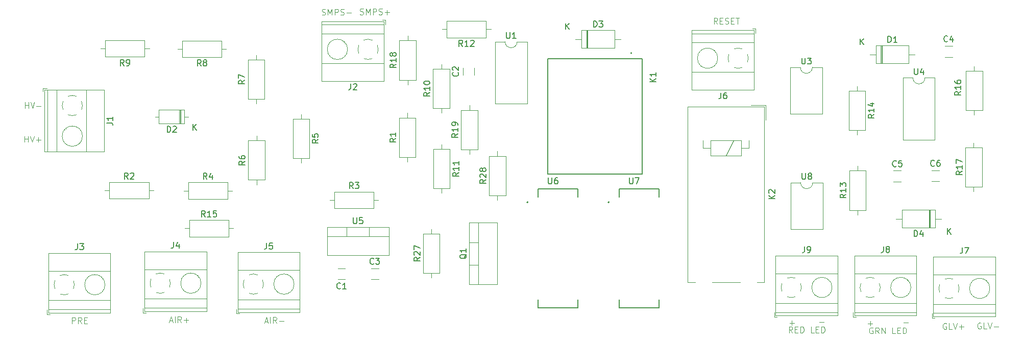
<source format=gbr>
%TF.GenerationSoftware,KiCad,Pcbnew,7.0.5*%
%TF.CreationDate,2023-12-24T17:04:19+05:30*%
%TF.ProjectId,TSALv3,5453414c-7633-42e6-9b69-6361645f7063,rev?*%
%TF.SameCoordinates,Original*%
%TF.FileFunction,Legend,Top*%
%TF.FilePolarity,Positive*%
%FSLAX46Y46*%
G04 Gerber Fmt 4.6, Leading zero omitted, Abs format (unit mm)*
G04 Created by KiCad (PCBNEW 7.0.5) date 2023-12-24 17:04:19*
%MOMM*%
%LPD*%
G01*
G04 APERTURE LIST*
%ADD10C,0.100000*%
%ADD11C,0.150000*%
%ADD12C,0.120000*%
%ADD13C,0.127000*%
%ADD14C,0.200000*%
G04 APERTURE END LIST*
D10*
X61568684Y-47726019D02*
X61568684Y-46726019D01*
X61568684Y-47202209D02*
X62140112Y-47202209D01*
X62140112Y-47726019D02*
X62140112Y-46726019D01*
X62473446Y-46726019D02*
X62806779Y-47726019D01*
X62806779Y-47726019D02*
X63140112Y-46726019D01*
X63473446Y-47345066D02*
X64235351Y-47345066D01*
X61517884Y-53339419D02*
X61517884Y-52339419D01*
X61517884Y-52815609D02*
X62089312Y-52815609D01*
X62089312Y-53339419D02*
X62089312Y-52339419D01*
X62422646Y-52339419D02*
X62755979Y-53339419D01*
X62755979Y-53339419D02*
X63089312Y-52339419D01*
X63422646Y-52958466D02*
X64184551Y-52958466D01*
X63803598Y-53339419D02*
X63803598Y-52577514D01*
X110822465Y-32209800D02*
X110965322Y-32257419D01*
X110965322Y-32257419D02*
X111203417Y-32257419D01*
X111203417Y-32257419D02*
X111298655Y-32209800D01*
X111298655Y-32209800D02*
X111346274Y-32162180D01*
X111346274Y-32162180D02*
X111393893Y-32066942D01*
X111393893Y-32066942D02*
X111393893Y-31971704D01*
X111393893Y-31971704D02*
X111346274Y-31876466D01*
X111346274Y-31876466D02*
X111298655Y-31828847D01*
X111298655Y-31828847D02*
X111203417Y-31781228D01*
X111203417Y-31781228D02*
X111012941Y-31733609D01*
X111012941Y-31733609D02*
X110917703Y-31685990D01*
X110917703Y-31685990D02*
X110870084Y-31638371D01*
X110870084Y-31638371D02*
X110822465Y-31543133D01*
X110822465Y-31543133D02*
X110822465Y-31447895D01*
X110822465Y-31447895D02*
X110870084Y-31352657D01*
X110870084Y-31352657D02*
X110917703Y-31305038D01*
X110917703Y-31305038D02*
X111012941Y-31257419D01*
X111012941Y-31257419D02*
X111251036Y-31257419D01*
X111251036Y-31257419D02*
X111393893Y-31305038D01*
X111822465Y-32257419D02*
X111822465Y-31257419D01*
X111822465Y-31257419D02*
X112155798Y-31971704D01*
X112155798Y-31971704D02*
X112489131Y-31257419D01*
X112489131Y-31257419D02*
X112489131Y-32257419D01*
X112965322Y-32257419D02*
X112965322Y-31257419D01*
X112965322Y-31257419D02*
X113346274Y-31257419D01*
X113346274Y-31257419D02*
X113441512Y-31305038D01*
X113441512Y-31305038D02*
X113489131Y-31352657D01*
X113489131Y-31352657D02*
X113536750Y-31447895D01*
X113536750Y-31447895D02*
X113536750Y-31590752D01*
X113536750Y-31590752D02*
X113489131Y-31685990D01*
X113489131Y-31685990D02*
X113441512Y-31733609D01*
X113441512Y-31733609D02*
X113346274Y-31781228D01*
X113346274Y-31781228D02*
X112965322Y-31781228D01*
X113917703Y-32209800D02*
X114060560Y-32257419D01*
X114060560Y-32257419D02*
X114298655Y-32257419D01*
X114298655Y-32257419D02*
X114393893Y-32209800D01*
X114393893Y-32209800D02*
X114441512Y-32162180D01*
X114441512Y-32162180D02*
X114489131Y-32066942D01*
X114489131Y-32066942D02*
X114489131Y-31971704D01*
X114489131Y-31971704D02*
X114441512Y-31876466D01*
X114441512Y-31876466D02*
X114393893Y-31828847D01*
X114393893Y-31828847D02*
X114298655Y-31781228D01*
X114298655Y-31781228D02*
X114108179Y-31733609D01*
X114108179Y-31733609D02*
X114012941Y-31685990D01*
X114012941Y-31685990D02*
X113965322Y-31638371D01*
X113965322Y-31638371D02*
X113917703Y-31543133D01*
X113917703Y-31543133D02*
X113917703Y-31447895D01*
X113917703Y-31447895D02*
X113965322Y-31352657D01*
X113965322Y-31352657D02*
X114012941Y-31305038D01*
X114012941Y-31305038D02*
X114108179Y-31257419D01*
X114108179Y-31257419D02*
X114346274Y-31257419D01*
X114346274Y-31257419D02*
X114489131Y-31305038D01*
X114917703Y-31876466D02*
X115679608Y-31876466D01*
X117147065Y-32133600D02*
X117289922Y-32181219D01*
X117289922Y-32181219D02*
X117528017Y-32181219D01*
X117528017Y-32181219D02*
X117623255Y-32133600D01*
X117623255Y-32133600D02*
X117670874Y-32085980D01*
X117670874Y-32085980D02*
X117718493Y-31990742D01*
X117718493Y-31990742D02*
X117718493Y-31895504D01*
X117718493Y-31895504D02*
X117670874Y-31800266D01*
X117670874Y-31800266D02*
X117623255Y-31752647D01*
X117623255Y-31752647D02*
X117528017Y-31705028D01*
X117528017Y-31705028D02*
X117337541Y-31657409D01*
X117337541Y-31657409D02*
X117242303Y-31609790D01*
X117242303Y-31609790D02*
X117194684Y-31562171D01*
X117194684Y-31562171D02*
X117147065Y-31466933D01*
X117147065Y-31466933D02*
X117147065Y-31371695D01*
X117147065Y-31371695D02*
X117194684Y-31276457D01*
X117194684Y-31276457D02*
X117242303Y-31228838D01*
X117242303Y-31228838D02*
X117337541Y-31181219D01*
X117337541Y-31181219D02*
X117575636Y-31181219D01*
X117575636Y-31181219D02*
X117718493Y-31228838D01*
X118147065Y-32181219D02*
X118147065Y-31181219D01*
X118147065Y-31181219D02*
X118480398Y-31895504D01*
X118480398Y-31895504D02*
X118813731Y-31181219D01*
X118813731Y-31181219D02*
X118813731Y-32181219D01*
X119289922Y-32181219D02*
X119289922Y-31181219D01*
X119289922Y-31181219D02*
X119670874Y-31181219D01*
X119670874Y-31181219D02*
X119766112Y-31228838D01*
X119766112Y-31228838D02*
X119813731Y-31276457D01*
X119813731Y-31276457D02*
X119861350Y-31371695D01*
X119861350Y-31371695D02*
X119861350Y-31514552D01*
X119861350Y-31514552D02*
X119813731Y-31609790D01*
X119813731Y-31609790D02*
X119766112Y-31657409D01*
X119766112Y-31657409D02*
X119670874Y-31705028D01*
X119670874Y-31705028D02*
X119289922Y-31705028D01*
X120242303Y-32133600D02*
X120385160Y-32181219D01*
X120385160Y-32181219D02*
X120623255Y-32181219D01*
X120623255Y-32181219D02*
X120718493Y-32133600D01*
X120718493Y-32133600D02*
X120766112Y-32085980D01*
X120766112Y-32085980D02*
X120813731Y-31990742D01*
X120813731Y-31990742D02*
X120813731Y-31895504D01*
X120813731Y-31895504D02*
X120766112Y-31800266D01*
X120766112Y-31800266D02*
X120718493Y-31752647D01*
X120718493Y-31752647D02*
X120623255Y-31705028D01*
X120623255Y-31705028D02*
X120432779Y-31657409D01*
X120432779Y-31657409D02*
X120337541Y-31609790D01*
X120337541Y-31609790D02*
X120289922Y-31562171D01*
X120289922Y-31562171D02*
X120242303Y-31466933D01*
X120242303Y-31466933D02*
X120242303Y-31371695D01*
X120242303Y-31371695D02*
X120289922Y-31276457D01*
X120289922Y-31276457D02*
X120337541Y-31228838D01*
X120337541Y-31228838D02*
X120432779Y-31181219D01*
X120432779Y-31181219D02*
X120670874Y-31181219D01*
X120670874Y-31181219D02*
X120813731Y-31228838D01*
X121242303Y-31800266D02*
X122004208Y-31800266D01*
X121623255Y-32181219D02*
X121623255Y-31419314D01*
X101348265Y-83076504D02*
X101824455Y-83076504D01*
X101253027Y-83362219D02*
X101586360Y-82362219D01*
X101586360Y-82362219D02*
X101919693Y-83362219D01*
X102253027Y-83362219D02*
X102253027Y-82362219D01*
X103300645Y-83362219D02*
X102967312Y-82886028D01*
X102729217Y-83362219D02*
X102729217Y-82362219D01*
X102729217Y-82362219D02*
X103110169Y-82362219D01*
X103110169Y-82362219D02*
X103205407Y-82409838D01*
X103205407Y-82409838D02*
X103253026Y-82457457D01*
X103253026Y-82457457D02*
X103300645Y-82552695D01*
X103300645Y-82552695D02*
X103300645Y-82695552D01*
X103300645Y-82695552D02*
X103253026Y-82790790D01*
X103253026Y-82790790D02*
X103205407Y-82838409D01*
X103205407Y-82838409D02*
X103110169Y-82886028D01*
X103110169Y-82886028D02*
X102729217Y-82886028D01*
X103729217Y-82981266D02*
X104491122Y-82981266D01*
X85549465Y-82974904D02*
X86025655Y-82974904D01*
X85454227Y-83260619D02*
X85787560Y-82260619D01*
X85787560Y-82260619D02*
X86120893Y-83260619D01*
X86454227Y-83260619D02*
X86454227Y-82260619D01*
X87501845Y-83260619D02*
X87168512Y-82784428D01*
X86930417Y-83260619D02*
X86930417Y-82260619D01*
X86930417Y-82260619D02*
X87311369Y-82260619D01*
X87311369Y-82260619D02*
X87406607Y-82308238D01*
X87406607Y-82308238D02*
X87454226Y-82355857D01*
X87454226Y-82355857D02*
X87501845Y-82451095D01*
X87501845Y-82451095D02*
X87501845Y-82593952D01*
X87501845Y-82593952D02*
X87454226Y-82689190D01*
X87454226Y-82689190D02*
X87406607Y-82736809D01*
X87406607Y-82736809D02*
X87311369Y-82784428D01*
X87311369Y-82784428D02*
X86930417Y-82784428D01*
X87930417Y-82879666D02*
X88692322Y-82879666D01*
X88311369Y-83260619D02*
X88311369Y-82498714D01*
X69391884Y-83413019D02*
X69391884Y-82413019D01*
X69391884Y-82413019D02*
X69772836Y-82413019D01*
X69772836Y-82413019D02*
X69868074Y-82460638D01*
X69868074Y-82460638D02*
X69915693Y-82508257D01*
X69915693Y-82508257D02*
X69963312Y-82603495D01*
X69963312Y-82603495D02*
X69963312Y-82746352D01*
X69963312Y-82746352D02*
X69915693Y-82841590D01*
X69915693Y-82841590D02*
X69868074Y-82889209D01*
X69868074Y-82889209D02*
X69772836Y-82936828D01*
X69772836Y-82936828D02*
X69391884Y-82936828D01*
X70963312Y-83413019D02*
X70629979Y-82936828D01*
X70391884Y-83413019D02*
X70391884Y-82413019D01*
X70391884Y-82413019D02*
X70772836Y-82413019D01*
X70772836Y-82413019D02*
X70868074Y-82460638D01*
X70868074Y-82460638D02*
X70915693Y-82508257D01*
X70915693Y-82508257D02*
X70963312Y-82603495D01*
X70963312Y-82603495D02*
X70963312Y-82746352D01*
X70963312Y-82746352D02*
X70915693Y-82841590D01*
X70915693Y-82841590D02*
X70868074Y-82889209D01*
X70868074Y-82889209D02*
X70772836Y-82936828D01*
X70772836Y-82936828D02*
X70391884Y-82936828D01*
X71391884Y-82889209D02*
X71725217Y-82889209D01*
X71868074Y-83413019D02*
X71391884Y-83413019D01*
X71391884Y-83413019D02*
X71391884Y-82413019D01*
X71391884Y-82413019D02*
X71868074Y-82413019D01*
X193293084Y-83159066D02*
X194054989Y-83159066D01*
X188390884Y-83336866D02*
X189152789Y-83336866D01*
X188771836Y-83717819D02*
X188771836Y-82955914D01*
X207313884Y-83311466D02*
X208075789Y-83311466D01*
X201370284Y-83438466D02*
X202132189Y-83438466D01*
X201751236Y-83819419D02*
X201751236Y-83057514D01*
X220105893Y-83349638D02*
X220010655Y-83302019D01*
X220010655Y-83302019D02*
X219867798Y-83302019D01*
X219867798Y-83302019D02*
X219724941Y-83349638D01*
X219724941Y-83349638D02*
X219629703Y-83444876D01*
X219629703Y-83444876D02*
X219582084Y-83540114D01*
X219582084Y-83540114D02*
X219534465Y-83730590D01*
X219534465Y-83730590D02*
X219534465Y-83873447D01*
X219534465Y-83873447D02*
X219582084Y-84063923D01*
X219582084Y-84063923D02*
X219629703Y-84159161D01*
X219629703Y-84159161D02*
X219724941Y-84254400D01*
X219724941Y-84254400D02*
X219867798Y-84302019D01*
X219867798Y-84302019D02*
X219963036Y-84302019D01*
X219963036Y-84302019D02*
X220105893Y-84254400D01*
X220105893Y-84254400D02*
X220153512Y-84206780D01*
X220153512Y-84206780D02*
X220153512Y-83873447D01*
X220153512Y-83873447D02*
X219963036Y-83873447D01*
X221058274Y-84302019D02*
X220582084Y-84302019D01*
X220582084Y-84302019D02*
X220582084Y-83302019D01*
X221248751Y-83302019D02*
X221582084Y-84302019D01*
X221582084Y-84302019D02*
X221915417Y-83302019D01*
X222248751Y-83921066D02*
X223010656Y-83921066D01*
X214365493Y-83400438D02*
X214270255Y-83352819D01*
X214270255Y-83352819D02*
X214127398Y-83352819D01*
X214127398Y-83352819D02*
X213984541Y-83400438D01*
X213984541Y-83400438D02*
X213889303Y-83495676D01*
X213889303Y-83495676D02*
X213841684Y-83590914D01*
X213841684Y-83590914D02*
X213794065Y-83781390D01*
X213794065Y-83781390D02*
X213794065Y-83924247D01*
X213794065Y-83924247D02*
X213841684Y-84114723D01*
X213841684Y-84114723D02*
X213889303Y-84209961D01*
X213889303Y-84209961D02*
X213984541Y-84305200D01*
X213984541Y-84305200D02*
X214127398Y-84352819D01*
X214127398Y-84352819D02*
X214222636Y-84352819D01*
X214222636Y-84352819D02*
X214365493Y-84305200D01*
X214365493Y-84305200D02*
X214413112Y-84257580D01*
X214413112Y-84257580D02*
X214413112Y-83924247D01*
X214413112Y-83924247D02*
X214222636Y-83924247D01*
X215317874Y-84352819D02*
X214841684Y-84352819D01*
X214841684Y-84352819D02*
X214841684Y-83352819D01*
X215508351Y-83352819D02*
X215841684Y-84352819D01*
X215841684Y-84352819D02*
X216175017Y-83352819D01*
X216508351Y-83971866D02*
X217270256Y-83971866D01*
X216889303Y-84352819D02*
X216889303Y-83590914D01*
X188860712Y-84937019D02*
X188527379Y-84460828D01*
X188289284Y-84937019D02*
X188289284Y-83937019D01*
X188289284Y-83937019D02*
X188670236Y-83937019D01*
X188670236Y-83937019D02*
X188765474Y-83984638D01*
X188765474Y-83984638D02*
X188813093Y-84032257D01*
X188813093Y-84032257D02*
X188860712Y-84127495D01*
X188860712Y-84127495D02*
X188860712Y-84270352D01*
X188860712Y-84270352D02*
X188813093Y-84365590D01*
X188813093Y-84365590D02*
X188765474Y-84413209D01*
X188765474Y-84413209D02*
X188670236Y-84460828D01*
X188670236Y-84460828D02*
X188289284Y-84460828D01*
X189289284Y-84413209D02*
X189622617Y-84413209D01*
X189765474Y-84937019D02*
X189289284Y-84937019D01*
X189289284Y-84937019D02*
X189289284Y-83937019D01*
X189289284Y-83937019D02*
X189765474Y-83937019D01*
X190194046Y-84937019D02*
X190194046Y-83937019D01*
X190194046Y-83937019D02*
X190432141Y-83937019D01*
X190432141Y-83937019D02*
X190574998Y-83984638D01*
X190574998Y-83984638D02*
X190670236Y-84079876D01*
X190670236Y-84079876D02*
X190717855Y-84175114D01*
X190717855Y-84175114D02*
X190765474Y-84365590D01*
X190765474Y-84365590D02*
X190765474Y-84508447D01*
X190765474Y-84508447D02*
X190717855Y-84698923D01*
X190717855Y-84698923D02*
X190670236Y-84794161D01*
X190670236Y-84794161D02*
X190574998Y-84889400D01*
X190574998Y-84889400D02*
X190432141Y-84937019D01*
X190432141Y-84937019D02*
X190194046Y-84937019D01*
X192432141Y-84937019D02*
X191955951Y-84937019D01*
X191955951Y-84937019D02*
X191955951Y-83937019D01*
X192765475Y-84413209D02*
X193098808Y-84413209D01*
X193241665Y-84937019D02*
X192765475Y-84937019D01*
X192765475Y-84937019D02*
X192765475Y-83937019D01*
X192765475Y-83937019D02*
X193241665Y-83937019D01*
X193670237Y-84937019D02*
X193670237Y-83937019D01*
X193670237Y-83937019D02*
X193908332Y-83937019D01*
X193908332Y-83937019D02*
X194051189Y-83984638D01*
X194051189Y-83984638D02*
X194146427Y-84079876D01*
X194146427Y-84079876D02*
X194194046Y-84175114D01*
X194194046Y-84175114D02*
X194241665Y-84365590D01*
X194241665Y-84365590D02*
X194241665Y-84508447D01*
X194241665Y-84508447D02*
X194194046Y-84698923D01*
X194194046Y-84698923D02*
X194146427Y-84794161D01*
X194146427Y-84794161D02*
X194051189Y-84889400D01*
X194051189Y-84889400D02*
X193908332Y-84937019D01*
X193908332Y-84937019D02*
X193670237Y-84937019D01*
X202173493Y-84137038D02*
X202078255Y-84089419D01*
X202078255Y-84089419D02*
X201935398Y-84089419D01*
X201935398Y-84089419D02*
X201792541Y-84137038D01*
X201792541Y-84137038D02*
X201697303Y-84232276D01*
X201697303Y-84232276D02*
X201649684Y-84327514D01*
X201649684Y-84327514D02*
X201602065Y-84517990D01*
X201602065Y-84517990D02*
X201602065Y-84660847D01*
X201602065Y-84660847D02*
X201649684Y-84851323D01*
X201649684Y-84851323D02*
X201697303Y-84946561D01*
X201697303Y-84946561D02*
X201792541Y-85041800D01*
X201792541Y-85041800D02*
X201935398Y-85089419D01*
X201935398Y-85089419D02*
X202030636Y-85089419D01*
X202030636Y-85089419D02*
X202173493Y-85041800D01*
X202173493Y-85041800D02*
X202221112Y-84994180D01*
X202221112Y-84994180D02*
X202221112Y-84660847D01*
X202221112Y-84660847D02*
X202030636Y-84660847D01*
X203221112Y-85089419D02*
X202887779Y-84613228D01*
X202649684Y-85089419D02*
X202649684Y-84089419D01*
X202649684Y-84089419D02*
X203030636Y-84089419D01*
X203030636Y-84089419D02*
X203125874Y-84137038D01*
X203125874Y-84137038D02*
X203173493Y-84184657D01*
X203173493Y-84184657D02*
X203221112Y-84279895D01*
X203221112Y-84279895D02*
X203221112Y-84422752D01*
X203221112Y-84422752D02*
X203173493Y-84517990D01*
X203173493Y-84517990D02*
X203125874Y-84565609D01*
X203125874Y-84565609D02*
X203030636Y-84613228D01*
X203030636Y-84613228D02*
X202649684Y-84613228D01*
X203649684Y-85089419D02*
X203649684Y-84089419D01*
X203649684Y-84089419D02*
X204221112Y-85089419D01*
X204221112Y-85089419D02*
X204221112Y-84089419D01*
X205935398Y-85089419D02*
X205459208Y-85089419D01*
X205459208Y-85089419D02*
X205459208Y-84089419D01*
X206268732Y-84565609D02*
X206602065Y-84565609D01*
X206744922Y-85089419D02*
X206268732Y-85089419D01*
X206268732Y-85089419D02*
X206268732Y-84089419D01*
X206268732Y-84089419D02*
X206744922Y-84089419D01*
X207173494Y-85089419D02*
X207173494Y-84089419D01*
X207173494Y-84089419D02*
X207411589Y-84089419D01*
X207411589Y-84089419D02*
X207554446Y-84137038D01*
X207554446Y-84137038D02*
X207649684Y-84232276D01*
X207649684Y-84232276D02*
X207697303Y-84327514D01*
X207697303Y-84327514D02*
X207744922Y-84517990D01*
X207744922Y-84517990D02*
X207744922Y-84660847D01*
X207744922Y-84660847D02*
X207697303Y-84851323D01*
X207697303Y-84851323D02*
X207649684Y-84946561D01*
X207649684Y-84946561D02*
X207554446Y-85041800D01*
X207554446Y-85041800D02*
X207411589Y-85089419D01*
X207411589Y-85089419D02*
X207173494Y-85089419D01*
X176414712Y-33730619D02*
X176081379Y-33254428D01*
X175843284Y-33730619D02*
X175843284Y-32730619D01*
X175843284Y-32730619D02*
X176224236Y-32730619D01*
X176224236Y-32730619D02*
X176319474Y-32778238D01*
X176319474Y-32778238D02*
X176367093Y-32825857D01*
X176367093Y-32825857D02*
X176414712Y-32921095D01*
X176414712Y-32921095D02*
X176414712Y-33063952D01*
X176414712Y-33063952D02*
X176367093Y-33159190D01*
X176367093Y-33159190D02*
X176319474Y-33206809D01*
X176319474Y-33206809D02*
X176224236Y-33254428D01*
X176224236Y-33254428D02*
X175843284Y-33254428D01*
X176843284Y-33206809D02*
X177176617Y-33206809D01*
X177319474Y-33730619D02*
X176843284Y-33730619D01*
X176843284Y-33730619D02*
X176843284Y-32730619D01*
X176843284Y-32730619D02*
X177319474Y-32730619D01*
X177700427Y-33683000D02*
X177843284Y-33730619D01*
X177843284Y-33730619D02*
X178081379Y-33730619D01*
X178081379Y-33730619D02*
X178176617Y-33683000D01*
X178176617Y-33683000D02*
X178224236Y-33635380D01*
X178224236Y-33635380D02*
X178271855Y-33540142D01*
X178271855Y-33540142D02*
X178271855Y-33444904D01*
X178271855Y-33444904D02*
X178224236Y-33349666D01*
X178224236Y-33349666D02*
X178176617Y-33302047D01*
X178176617Y-33302047D02*
X178081379Y-33254428D01*
X178081379Y-33254428D02*
X177890903Y-33206809D01*
X177890903Y-33206809D02*
X177795665Y-33159190D01*
X177795665Y-33159190D02*
X177748046Y-33111571D01*
X177748046Y-33111571D02*
X177700427Y-33016333D01*
X177700427Y-33016333D02*
X177700427Y-32921095D01*
X177700427Y-32921095D02*
X177748046Y-32825857D01*
X177748046Y-32825857D02*
X177795665Y-32778238D01*
X177795665Y-32778238D02*
X177890903Y-32730619D01*
X177890903Y-32730619D02*
X178128998Y-32730619D01*
X178128998Y-32730619D02*
X178271855Y-32778238D01*
X178700427Y-33206809D02*
X179033760Y-33206809D01*
X179176617Y-33730619D02*
X178700427Y-33730619D01*
X178700427Y-33730619D02*
X178700427Y-32730619D01*
X178700427Y-32730619D02*
X179176617Y-32730619D01*
X179462332Y-32730619D02*
X180033760Y-32730619D01*
X179748046Y-33730619D02*
X179748046Y-32730619D01*
D11*
%TO.C,R19*%
X133365219Y-51925457D02*
X132889028Y-52258790D01*
X133365219Y-52496885D02*
X132365219Y-52496885D01*
X132365219Y-52496885D02*
X132365219Y-52115933D01*
X132365219Y-52115933D02*
X132412838Y-52020695D01*
X132412838Y-52020695D02*
X132460457Y-51973076D01*
X132460457Y-51973076D02*
X132555695Y-51925457D01*
X132555695Y-51925457D02*
X132698552Y-51925457D01*
X132698552Y-51925457D02*
X132793790Y-51973076D01*
X132793790Y-51973076D02*
X132841409Y-52020695D01*
X132841409Y-52020695D02*
X132889028Y-52115933D01*
X132889028Y-52115933D02*
X132889028Y-52496885D01*
X133365219Y-50973076D02*
X133365219Y-51544504D01*
X133365219Y-51258790D02*
X132365219Y-51258790D01*
X132365219Y-51258790D02*
X132508076Y-51354028D01*
X132508076Y-51354028D02*
X132603314Y-51449266D01*
X132603314Y-51449266D02*
X132650933Y-51544504D01*
X133365219Y-50496885D02*
X133365219Y-50306409D01*
X133365219Y-50306409D02*
X133317600Y-50211171D01*
X133317600Y-50211171D02*
X133269980Y-50163552D01*
X133269980Y-50163552D02*
X133127123Y-50068314D01*
X133127123Y-50068314D02*
X132936647Y-50020695D01*
X132936647Y-50020695D02*
X132555695Y-50020695D01*
X132555695Y-50020695D02*
X132460457Y-50068314D01*
X132460457Y-50068314D02*
X132412838Y-50115933D01*
X132412838Y-50115933D02*
X132365219Y-50211171D01*
X132365219Y-50211171D02*
X132365219Y-50401647D01*
X132365219Y-50401647D02*
X132412838Y-50496885D01*
X132412838Y-50496885D02*
X132460457Y-50544504D01*
X132460457Y-50544504D02*
X132555695Y-50592123D01*
X132555695Y-50592123D02*
X132793790Y-50592123D01*
X132793790Y-50592123D02*
X132889028Y-50544504D01*
X132889028Y-50544504D02*
X132936647Y-50496885D01*
X132936647Y-50496885D02*
X132984266Y-50401647D01*
X132984266Y-50401647D02*
X132984266Y-50211171D01*
X132984266Y-50211171D02*
X132936647Y-50115933D01*
X132936647Y-50115933D02*
X132889028Y-50068314D01*
X132889028Y-50068314D02*
X132793790Y-50020695D01*
%TO.C,R18*%
X123129019Y-40393857D02*
X122652828Y-40727190D01*
X123129019Y-40965285D02*
X122129019Y-40965285D01*
X122129019Y-40965285D02*
X122129019Y-40584333D01*
X122129019Y-40584333D02*
X122176638Y-40489095D01*
X122176638Y-40489095D02*
X122224257Y-40441476D01*
X122224257Y-40441476D02*
X122319495Y-40393857D01*
X122319495Y-40393857D02*
X122462352Y-40393857D01*
X122462352Y-40393857D02*
X122557590Y-40441476D01*
X122557590Y-40441476D02*
X122605209Y-40489095D01*
X122605209Y-40489095D02*
X122652828Y-40584333D01*
X122652828Y-40584333D02*
X122652828Y-40965285D01*
X123129019Y-39441476D02*
X123129019Y-40012904D01*
X123129019Y-39727190D02*
X122129019Y-39727190D01*
X122129019Y-39727190D02*
X122271876Y-39822428D01*
X122271876Y-39822428D02*
X122367114Y-39917666D01*
X122367114Y-39917666D02*
X122414733Y-40012904D01*
X122557590Y-38870047D02*
X122509971Y-38965285D01*
X122509971Y-38965285D02*
X122462352Y-39012904D01*
X122462352Y-39012904D02*
X122367114Y-39060523D01*
X122367114Y-39060523D02*
X122319495Y-39060523D01*
X122319495Y-39060523D02*
X122224257Y-39012904D01*
X122224257Y-39012904D02*
X122176638Y-38965285D01*
X122176638Y-38965285D02*
X122129019Y-38870047D01*
X122129019Y-38870047D02*
X122129019Y-38679571D01*
X122129019Y-38679571D02*
X122176638Y-38584333D01*
X122176638Y-38584333D02*
X122224257Y-38536714D01*
X122224257Y-38536714D02*
X122319495Y-38489095D01*
X122319495Y-38489095D02*
X122367114Y-38489095D01*
X122367114Y-38489095D02*
X122462352Y-38536714D01*
X122462352Y-38536714D02*
X122509971Y-38584333D01*
X122509971Y-38584333D02*
X122557590Y-38679571D01*
X122557590Y-38679571D02*
X122557590Y-38870047D01*
X122557590Y-38870047D02*
X122605209Y-38965285D01*
X122605209Y-38965285D02*
X122652828Y-39012904D01*
X122652828Y-39012904D02*
X122748066Y-39060523D01*
X122748066Y-39060523D02*
X122938542Y-39060523D01*
X122938542Y-39060523D02*
X123033780Y-39012904D01*
X123033780Y-39012904D02*
X123081400Y-38965285D01*
X123081400Y-38965285D02*
X123129019Y-38870047D01*
X123129019Y-38870047D02*
X123129019Y-38679571D01*
X123129019Y-38679571D02*
X123081400Y-38584333D01*
X123081400Y-38584333D02*
X123033780Y-38536714D01*
X123033780Y-38536714D02*
X122938542Y-38489095D01*
X122938542Y-38489095D02*
X122748066Y-38489095D01*
X122748066Y-38489095D02*
X122652828Y-38536714D01*
X122652828Y-38536714D02*
X122605209Y-38584333D01*
X122605209Y-38584333D02*
X122557590Y-38679571D01*
%TO.C,R4*%
X91755933Y-59476619D02*
X91422600Y-59000428D01*
X91184505Y-59476619D02*
X91184505Y-58476619D01*
X91184505Y-58476619D02*
X91565457Y-58476619D01*
X91565457Y-58476619D02*
X91660695Y-58524238D01*
X91660695Y-58524238D02*
X91708314Y-58571857D01*
X91708314Y-58571857D02*
X91755933Y-58667095D01*
X91755933Y-58667095D02*
X91755933Y-58809952D01*
X91755933Y-58809952D02*
X91708314Y-58905190D01*
X91708314Y-58905190D02*
X91660695Y-58952809D01*
X91660695Y-58952809D02*
X91565457Y-59000428D01*
X91565457Y-59000428D02*
X91184505Y-59000428D01*
X92613076Y-58809952D02*
X92613076Y-59476619D01*
X92374981Y-58429000D02*
X92136886Y-59143285D01*
X92136886Y-59143285D02*
X92755933Y-59143285D01*
%TO.C,R8*%
X90765333Y-40696219D02*
X90432000Y-40220028D01*
X90193905Y-40696219D02*
X90193905Y-39696219D01*
X90193905Y-39696219D02*
X90574857Y-39696219D01*
X90574857Y-39696219D02*
X90670095Y-39743838D01*
X90670095Y-39743838D02*
X90717714Y-39791457D01*
X90717714Y-39791457D02*
X90765333Y-39886695D01*
X90765333Y-39886695D02*
X90765333Y-40029552D01*
X90765333Y-40029552D02*
X90717714Y-40124790D01*
X90717714Y-40124790D02*
X90670095Y-40172409D01*
X90670095Y-40172409D02*
X90574857Y-40220028D01*
X90574857Y-40220028D02*
X90193905Y-40220028D01*
X91336762Y-40124790D02*
X91241524Y-40077171D01*
X91241524Y-40077171D02*
X91193905Y-40029552D01*
X91193905Y-40029552D02*
X91146286Y-39934314D01*
X91146286Y-39934314D02*
X91146286Y-39886695D01*
X91146286Y-39886695D02*
X91193905Y-39791457D01*
X91193905Y-39791457D02*
X91241524Y-39743838D01*
X91241524Y-39743838D02*
X91336762Y-39696219D01*
X91336762Y-39696219D02*
X91527238Y-39696219D01*
X91527238Y-39696219D02*
X91622476Y-39743838D01*
X91622476Y-39743838D02*
X91670095Y-39791457D01*
X91670095Y-39791457D02*
X91717714Y-39886695D01*
X91717714Y-39886695D02*
X91717714Y-39934314D01*
X91717714Y-39934314D02*
X91670095Y-40029552D01*
X91670095Y-40029552D02*
X91622476Y-40077171D01*
X91622476Y-40077171D02*
X91527238Y-40124790D01*
X91527238Y-40124790D02*
X91336762Y-40124790D01*
X91336762Y-40124790D02*
X91241524Y-40172409D01*
X91241524Y-40172409D02*
X91193905Y-40220028D01*
X91193905Y-40220028D02*
X91146286Y-40315266D01*
X91146286Y-40315266D02*
X91146286Y-40505742D01*
X91146286Y-40505742D02*
X91193905Y-40600980D01*
X91193905Y-40600980D02*
X91241524Y-40648600D01*
X91241524Y-40648600D02*
X91336762Y-40696219D01*
X91336762Y-40696219D02*
X91527238Y-40696219D01*
X91527238Y-40696219D02*
X91622476Y-40648600D01*
X91622476Y-40648600D02*
X91670095Y-40600980D01*
X91670095Y-40600980D02*
X91717714Y-40505742D01*
X91717714Y-40505742D02*
X91717714Y-40315266D01*
X91717714Y-40315266D02*
X91670095Y-40220028D01*
X91670095Y-40220028D02*
X91622476Y-40172409D01*
X91622476Y-40172409D02*
X91527238Y-40124790D01*
%TO.C,R1*%
X123078219Y-52719266D02*
X122602028Y-53052599D01*
X123078219Y-53290694D02*
X122078219Y-53290694D01*
X122078219Y-53290694D02*
X122078219Y-52909742D01*
X122078219Y-52909742D02*
X122125838Y-52814504D01*
X122125838Y-52814504D02*
X122173457Y-52766885D01*
X122173457Y-52766885D02*
X122268695Y-52719266D01*
X122268695Y-52719266D02*
X122411552Y-52719266D01*
X122411552Y-52719266D02*
X122506790Y-52766885D01*
X122506790Y-52766885D02*
X122554409Y-52814504D01*
X122554409Y-52814504D02*
X122602028Y-52909742D01*
X122602028Y-52909742D02*
X122602028Y-53290694D01*
X123078219Y-51766885D02*
X123078219Y-52338313D01*
X123078219Y-52052599D02*
X122078219Y-52052599D01*
X122078219Y-52052599D02*
X122221076Y-52147837D01*
X122221076Y-52147837D02*
X122316314Y-52243075D01*
X122316314Y-52243075D02*
X122363933Y-52338313D01*
%TO.C,J6*%
X176989066Y-45135419D02*
X176989066Y-45849704D01*
X176989066Y-45849704D02*
X176941447Y-45992561D01*
X176941447Y-45992561D02*
X176846209Y-46087800D01*
X176846209Y-46087800D02*
X176703352Y-46135419D01*
X176703352Y-46135419D02*
X176608114Y-46135419D01*
X177893828Y-45135419D02*
X177703352Y-45135419D01*
X177703352Y-45135419D02*
X177608114Y-45183038D01*
X177608114Y-45183038D02*
X177560495Y-45230657D01*
X177560495Y-45230657D02*
X177465257Y-45373514D01*
X177465257Y-45373514D02*
X177417638Y-45563990D01*
X177417638Y-45563990D02*
X177417638Y-45944942D01*
X177417638Y-45944942D02*
X177465257Y-46040180D01*
X177465257Y-46040180D02*
X177512876Y-46087800D01*
X177512876Y-46087800D02*
X177608114Y-46135419D01*
X177608114Y-46135419D02*
X177798590Y-46135419D01*
X177798590Y-46135419D02*
X177893828Y-46087800D01*
X177893828Y-46087800D02*
X177941447Y-46040180D01*
X177941447Y-46040180D02*
X177989066Y-45944942D01*
X177989066Y-45944942D02*
X177989066Y-45706847D01*
X177989066Y-45706847D02*
X177941447Y-45611609D01*
X177941447Y-45611609D02*
X177893828Y-45563990D01*
X177893828Y-45563990D02*
X177798590Y-45516371D01*
X177798590Y-45516371D02*
X177608114Y-45516371D01*
X177608114Y-45516371D02*
X177512876Y-45563990D01*
X177512876Y-45563990D02*
X177465257Y-45611609D01*
X177465257Y-45611609D02*
X177417638Y-45706847D01*
%TO.C,U5*%
X116027295Y-65873019D02*
X116027295Y-66682542D01*
X116027295Y-66682542D02*
X116074914Y-66777780D01*
X116074914Y-66777780D02*
X116122533Y-66825400D01*
X116122533Y-66825400D02*
X116217771Y-66873019D01*
X116217771Y-66873019D02*
X116408247Y-66873019D01*
X116408247Y-66873019D02*
X116503485Y-66825400D01*
X116503485Y-66825400D02*
X116551104Y-66777780D01*
X116551104Y-66777780D02*
X116598723Y-66682542D01*
X116598723Y-66682542D02*
X116598723Y-65873019D01*
X117551104Y-65873019D02*
X117074914Y-65873019D01*
X117074914Y-65873019D02*
X117027295Y-66349209D01*
X117027295Y-66349209D02*
X117074914Y-66301590D01*
X117074914Y-66301590D02*
X117170152Y-66253971D01*
X117170152Y-66253971D02*
X117408247Y-66253971D01*
X117408247Y-66253971D02*
X117503485Y-66301590D01*
X117503485Y-66301590D02*
X117551104Y-66349209D01*
X117551104Y-66349209D02*
X117598723Y-66444447D01*
X117598723Y-66444447D02*
X117598723Y-66682542D01*
X117598723Y-66682542D02*
X117551104Y-66777780D01*
X117551104Y-66777780D02*
X117503485Y-66825400D01*
X117503485Y-66825400D02*
X117408247Y-66873019D01*
X117408247Y-66873019D02*
X117170152Y-66873019D01*
X117170152Y-66873019D02*
X117074914Y-66825400D01*
X117074914Y-66825400D02*
X117027295Y-66777780D01*
%TO.C,U7*%
X161836695Y-59262019D02*
X161836695Y-60071542D01*
X161836695Y-60071542D02*
X161884314Y-60166780D01*
X161884314Y-60166780D02*
X161931933Y-60214400D01*
X161931933Y-60214400D02*
X162027171Y-60262019D01*
X162027171Y-60262019D02*
X162217647Y-60262019D01*
X162217647Y-60262019D02*
X162312885Y-60214400D01*
X162312885Y-60214400D02*
X162360504Y-60166780D01*
X162360504Y-60166780D02*
X162408123Y-60071542D01*
X162408123Y-60071542D02*
X162408123Y-59262019D01*
X162789076Y-59262019D02*
X163455742Y-59262019D01*
X163455742Y-59262019D02*
X163027171Y-60262019D01*
%TO.C,R16*%
X216786619Y-44940457D02*
X216310428Y-45273790D01*
X216786619Y-45511885D02*
X215786619Y-45511885D01*
X215786619Y-45511885D02*
X215786619Y-45130933D01*
X215786619Y-45130933D02*
X215834238Y-45035695D01*
X215834238Y-45035695D02*
X215881857Y-44988076D01*
X215881857Y-44988076D02*
X215977095Y-44940457D01*
X215977095Y-44940457D02*
X216119952Y-44940457D01*
X216119952Y-44940457D02*
X216215190Y-44988076D01*
X216215190Y-44988076D02*
X216262809Y-45035695D01*
X216262809Y-45035695D02*
X216310428Y-45130933D01*
X216310428Y-45130933D02*
X216310428Y-45511885D01*
X216786619Y-43988076D02*
X216786619Y-44559504D01*
X216786619Y-44273790D02*
X215786619Y-44273790D01*
X215786619Y-44273790D02*
X215929476Y-44369028D01*
X215929476Y-44369028D02*
X216024714Y-44464266D01*
X216024714Y-44464266D02*
X216072333Y-44559504D01*
X215786619Y-43130933D02*
X215786619Y-43321409D01*
X215786619Y-43321409D02*
X215834238Y-43416647D01*
X215834238Y-43416647D02*
X215881857Y-43464266D01*
X215881857Y-43464266D02*
X216024714Y-43559504D01*
X216024714Y-43559504D02*
X216215190Y-43607123D01*
X216215190Y-43607123D02*
X216596142Y-43607123D01*
X216596142Y-43607123D02*
X216691380Y-43559504D01*
X216691380Y-43559504D02*
X216739000Y-43511885D01*
X216739000Y-43511885D02*
X216786619Y-43416647D01*
X216786619Y-43416647D02*
X216786619Y-43226171D01*
X216786619Y-43226171D02*
X216739000Y-43130933D01*
X216739000Y-43130933D02*
X216691380Y-43083314D01*
X216691380Y-43083314D02*
X216596142Y-43035695D01*
X216596142Y-43035695D02*
X216358047Y-43035695D01*
X216358047Y-43035695D02*
X216262809Y-43083314D01*
X216262809Y-43083314D02*
X216215190Y-43130933D01*
X216215190Y-43130933D02*
X216167571Y-43226171D01*
X216167571Y-43226171D02*
X216167571Y-43416647D01*
X216167571Y-43416647D02*
X216215190Y-43511885D01*
X216215190Y-43511885D02*
X216262809Y-43559504D01*
X216262809Y-43559504D02*
X216358047Y-43607123D01*
%TO.C,U6*%
X148383995Y-59262019D02*
X148383995Y-60071542D01*
X148383995Y-60071542D02*
X148431614Y-60166780D01*
X148431614Y-60166780D02*
X148479233Y-60214400D01*
X148479233Y-60214400D02*
X148574471Y-60262019D01*
X148574471Y-60262019D02*
X148764947Y-60262019D01*
X148764947Y-60262019D02*
X148860185Y-60214400D01*
X148860185Y-60214400D02*
X148907804Y-60166780D01*
X148907804Y-60166780D02*
X148955423Y-60071542D01*
X148955423Y-60071542D02*
X148955423Y-59262019D01*
X149860185Y-59262019D02*
X149669709Y-59262019D01*
X149669709Y-59262019D02*
X149574471Y-59309638D01*
X149574471Y-59309638D02*
X149526852Y-59357257D01*
X149526852Y-59357257D02*
X149431614Y-59500114D01*
X149431614Y-59500114D02*
X149383995Y-59690590D01*
X149383995Y-59690590D02*
X149383995Y-60071542D01*
X149383995Y-60071542D02*
X149431614Y-60166780D01*
X149431614Y-60166780D02*
X149479233Y-60214400D01*
X149479233Y-60214400D02*
X149574471Y-60262019D01*
X149574471Y-60262019D02*
X149764947Y-60262019D01*
X149764947Y-60262019D02*
X149860185Y-60214400D01*
X149860185Y-60214400D02*
X149907804Y-60166780D01*
X149907804Y-60166780D02*
X149955423Y-60071542D01*
X149955423Y-60071542D02*
X149955423Y-59833447D01*
X149955423Y-59833447D02*
X149907804Y-59738209D01*
X149907804Y-59738209D02*
X149860185Y-59690590D01*
X149860185Y-59690590D02*
X149764947Y-59642971D01*
X149764947Y-59642971D02*
X149574471Y-59642971D01*
X149574471Y-59642971D02*
X149479233Y-59690590D01*
X149479233Y-59690590D02*
X149431614Y-59738209D01*
X149431614Y-59738209D02*
X149383995Y-59833447D01*
%TO.C,R3*%
X115987533Y-61026019D02*
X115654200Y-60549828D01*
X115416105Y-61026019D02*
X115416105Y-60026019D01*
X115416105Y-60026019D02*
X115797057Y-60026019D01*
X115797057Y-60026019D02*
X115892295Y-60073638D01*
X115892295Y-60073638D02*
X115939914Y-60121257D01*
X115939914Y-60121257D02*
X115987533Y-60216495D01*
X115987533Y-60216495D02*
X115987533Y-60359352D01*
X115987533Y-60359352D02*
X115939914Y-60454590D01*
X115939914Y-60454590D02*
X115892295Y-60502209D01*
X115892295Y-60502209D02*
X115797057Y-60549828D01*
X115797057Y-60549828D02*
X115416105Y-60549828D01*
X116320867Y-60026019D02*
X116939914Y-60026019D01*
X116939914Y-60026019D02*
X116606581Y-60406971D01*
X116606581Y-60406971D02*
X116749438Y-60406971D01*
X116749438Y-60406971D02*
X116844676Y-60454590D01*
X116844676Y-60454590D02*
X116892295Y-60502209D01*
X116892295Y-60502209D02*
X116939914Y-60597447D01*
X116939914Y-60597447D02*
X116939914Y-60835542D01*
X116939914Y-60835542D02*
X116892295Y-60930780D01*
X116892295Y-60930780D02*
X116844676Y-60978400D01*
X116844676Y-60978400D02*
X116749438Y-61026019D01*
X116749438Y-61026019D02*
X116463724Y-61026019D01*
X116463724Y-61026019D02*
X116368486Y-60978400D01*
X116368486Y-60978400D02*
X116320867Y-60930780D01*
%TO.C,R2*%
X78674933Y-59451219D02*
X78341600Y-58975028D01*
X78103505Y-59451219D02*
X78103505Y-58451219D01*
X78103505Y-58451219D02*
X78484457Y-58451219D01*
X78484457Y-58451219D02*
X78579695Y-58498838D01*
X78579695Y-58498838D02*
X78627314Y-58546457D01*
X78627314Y-58546457D02*
X78674933Y-58641695D01*
X78674933Y-58641695D02*
X78674933Y-58784552D01*
X78674933Y-58784552D02*
X78627314Y-58879790D01*
X78627314Y-58879790D02*
X78579695Y-58927409D01*
X78579695Y-58927409D02*
X78484457Y-58975028D01*
X78484457Y-58975028D02*
X78103505Y-58975028D01*
X79055886Y-58546457D02*
X79103505Y-58498838D01*
X79103505Y-58498838D02*
X79198743Y-58451219D01*
X79198743Y-58451219D02*
X79436838Y-58451219D01*
X79436838Y-58451219D02*
X79532076Y-58498838D01*
X79532076Y-58498838D02*
X79579695Y-58546457D01*
X79579695Y-58546457D02*
X79627314Y-58641695D01*
X79627314Y-58641695D02*
X79627314Y-58736933D01*
X79627314Y-58736933D02*
X79579695Y-58879790D01*
X79579695Y-58879790D02*
X79008267Y-59451219D01*
X79008267Y-59451219D02*
X79627314Y-59451219D01*
%TO.C,R10*%
X128717019Y-45118257D02*
X128240828Y-45451590D01*
X128717019Y-45689685D02*
X127717019Y-45689685D01*
X127717019Y-45689685D02*
X127717019Y-45308733D01*
X127717019Y-45308733D02*
X127764638Y-45213495D01*
X127764638Y-45213495D02*
X127812257Y-45165876D01*
X127812257Y-45165876D02*
X127907495Y-45118257D01*
X127907495Y-45118257D02*
X128050352Y-45118257D01*
X128050352Y-45118257D02*
X128145590Y-45165876D01*
X128145590Y-45165876D02*
X128193209Y-45213495D01*
X128193209Y-45213495D02*
X128240828Y-45308733D01*
X128240828Y-45308733D02*
X128240828Y-45689685D01*
X128717019Y-44165876D02*
X128717019Y-44737304D01*
X128717019Y-44451590D02*
X127717019Y-44451590D01*
X127717019Y-44451590D02*
X127859876Y-44546828D01*
X127859876Y-44546828D02*
X127955114Y-44642066D01*
X127955114Y-44642066D02*
X128002733Y-44737304D01*
X127717019Y-43546828D02*
X127717019Y-43451590D01*
X127717019Y-43451590D02*
X127764638Y-43356352D01*
X127764638Y-43356352D02*
X127812257Y-43308733D01*
X127812257Y-43308733D02*
X127907495Y-43261114D01*
X127907495Y-43261114D02*
X128097971Y-43213495D01*
X128097971Y-43213495D02*
X128336066Y-43213495D01*
X128336066Y-43213495D02*
X128526542Y-43261114D01*
X128526542Y-43261114D02*
X128621780Y-43308733D01*
X128621780Y-43308733D02*
X128669400Y-43356352D01*
X128669400Y-43356352D02*
X128717019Y-43451590D01*
X128717019Y-43451590D02*
X128717019Y-43546828D01*
X128717019Y-43546828D02*
X128669400Y-43642066D01*
X128669400Y-43642066D02*
X128621780Y-43689685D01*
X128621780Y-43689685D02*
X128526542Y-43737304D01*
X128526542Y-43737304D02*
X128336066Y-43784923D01*
X128336066Y-43784923D02*
X128097971Y-43784923D01*
X128097971Y-43784923D02*
X127907495Y-43737304D01*
X127907495Y-43737304D02*
X127812257Y-43689685D01*
X127812257Y-43689685D02*
X127764638Y-43642066D01*
X127764638Y-43642066D02*
X127717019Y-43546828D01*
%TO.C,C2*%
X133379380Y-41771866D02*
X133427000Y-41819485D01*
X133427000Y-41819485D02*
X133474619Y-41962342D01*
X133474619Y-41962342D02*
X133474619Y-42057580D01*
X133474619Y-42057580D02*
X133427000Y-42200437D01*
X133427000Y-42200437D02*
X133331761Y-42295675D01*
X133331761Y-42295675D02*
X133236523Y-42343294D01*
X133236523Y-42343294D02*
X133046047Y-42390913D01*
X133046047Y-42390913D02*
X132903190Y-42390913D01*
X132903190Y-42390913D02*
X132712714Y-42343294D01*
X132712714Y-42343294D02*
X132617476Y-42295675D01*
X132617476Y-42295675D02*
X132522238Y-42200437D01*
X132522238Y-42200437D02*
X132474619Y-42057580D01*
X132474619Y-42057580D02*
X132474619Y-41962342D01*
X132474619Y-41962342D02*
X132522238Y-41819485D01*
X132522238Y-41819485D02*
X132569857Y-41771866D01*
X132569857Y-41390913D02*
X132522238Y-41343294D01*
X132522238Y-41343294D02*
X132474619Y-41248056D01*
X132474619Y-41248056D02*
X132474619Y-41009961D01*
X132474619Y-41009961D02*
X132522238Y-40914723D01*
X132522238Y-40914723D02*
X132569857Y-40867104D01*
X132569857Y-40867104D02*
X132665095Y-40819485D01*
X132665095Y-40819485D02*
X132760333Y-40819485D01*
X132760333Y-40819485D02*
X132903190Y-40867104D01*
X132903190Y-40867104D02*
X133474619Y-41438532D01*
X133474619Y-41438532D02*
X133474619Y-40819485D01*
%TO.C,Q1*%
X134816857Y-71926438D02*
X134769238Y-72021676D01*
X134769238Y-72021676D02*
X134674000Y-72116914D01*
X134674000Y-72116914D02*
X134531142Y-72259771D01*
X134531142Y-72259771D02*
X134483523Y-72355009D01*
X134483523Y-72355009D02*
X134483523Y-72450247D01*
X134721619Y-72402628D02*
X134674000Y-72497866D01*
X134674000Y-72497866D02*
X134578761Y-72593104D01*
X134578761Y-72593104D02*
X134388285Y-72640723D01*
X134388285Y-72640723D02*
X134054952Y-72640723D01*
X134054952Y-72640723D02*
X133864476Y-72593104D01*
X133864476Y-72593104D02*
X133769238Y-72497866D01*
X133769238Y-72497866D02*
X133721619Y-72402628D01*
X133721619Y-72402628D02*
X133721619Y-72212152D01*
X133721619Y-72212152D02*
X133769238Y-72116914D01*
X133769238Y-72116914D02*
X133864476Y-72021676D01*
X133864476Y-72021676D02*
X134054952Y-71974057D01*
X134054952Y-71974057D02*
X134388285Y-71974057D01*
X134388285Y-71974057D02*
X134578761Y-72021676D01*
X134578761Y-72021676D02*
X134674000Y-72116914D01*
X134674000Y-72116914D02*
X134721619Y-72212152D01*
X134721619Y-72212152D02*
X134721619Y-72402628D01*
X134721619Y-71021676D02*
X134721619Y-71593104D01*
X134721619Y-71307390D02*
X133721619Y-71307390D01*
X133721619Y-71307390D02*
X133864476Y-71402628D01*
X133864476Y-71402628D02*
X133959714Y-71497866D01*
X133959714Y-71497866D02*
X134007333Y-71593104D01*
%TO.C,R28*%
X138013419Y-59545457D02*
X137537228Y-59878790D01*
X138013419Y-60116885D02*
X137013419Y-60116885D01*
X137013419Y-60116885D02*
X137013419Y-59735933D01*
X137013419Y-59735933D02*
X137061038Y-59640695D01*
X137061038Y-59640695D02*
X137108657Y-59593076D01*
X137108657Y-59593076D02*
X137203895Y-59545457D01*
X137203895Y-59545457D02*
X137346752Y-59545457D01*
X137346752Y-59545457D02*
X137441990Y-59593076D01*
X137441990Y-59593076D02*
X137489609Y-59640695D01*
X137489609Y-59640695D02*
X137537228Y-59735933D01*
X137537228Y-59735933D02*
X137537228Y-60116885D01*
X137108657Y-59164504D02*
X137061038Y-59116885D01*
X137061038Y-59116885D02*
X137013419Y-59021647D01*
X137013419Y-59021647D02*
X137013419Y-58783552D01*
X137013419Y-58783552D02*
X137061038Y-58688314D01*
X137061038Y-58688314D02*
X137108657Y-58640695D01*
X137108657Y-58640695D02*
X137203895Y-58593076D01*
X137203895Y-58593076D02*
X137299133Y-58593076D01*
X137299133Y-58593076D02*
X137441990Y-58640695D01*
X137441990Y-58640695D02*
X138013419Y-59212123D01*
X138013419Y-59212123D02*
X138013419Y-58593076D01*
X137441990Y-58021647D02*
X137394371Y-58116885D01*
X137394371Y-58116885D02*
X137346752Y-58164504D01*
X137346752Y-58164504D02*
X137251514Y-58212123D01*
X137251514Y-58212123D02*
X137203895Y-58212123D01*
X137203895Y-58212123D02*
X137108657Y-58164504D01*
X137108657Y-58164504D02*
X137061038Y-58116885D01*
X137061038Y-58116885D02*
X137013419Y-58021647D01*
X137013419Y-58021647D02*
X137013419Y-57831171D01*
X137013419Y-57831171D02*
X137061038Y-57735933D01*
X137061038Y-57735933D02*
X137108657Y-57688314D01*
X137108657Y-57688314D02*
X137203895Y-57640695D01*
X137203895Y-57640695D02*
X137251514Y-57640695D01*
X137251514Y-57640695D02*
X137346752Y-57688314D01*
X137346752Y-57688314D02*
X137394371Y-57735933D01*
X137394371Y-57735933D02*
X137441990Y-57831171D01*
X137441990Y-57831171D02*
X137441990Y-58021647D01*
X137441990Y-58021647D02*
X137489609Y-58116885D01*
X137489609Y-58116885D02*
X137537228Y-58164504D01*
X137537228Y-58164504D02*
X137632466Y-58212123D01*
X137632466Y-58212123D02*
X137822942Y-58212123D01*
X137822942Y-58212123D02*
X137918180Y-58164504D01*
X137918180Y-58164504D02*
X137965800Y-58116885D01*
X137965800Y-58116885D02*
X138013419Y-58021647D01*
X138013419Y-58021647D02*
X138013419Y-57831171D01*
X138013419Y-57831171D02*
X137965800Y-57735933D01*
X137965800Y-57735933D02*
X137918180Y-57688314D01*
X137918180Y-57688314D02*
X137822942Y-57640695D01*
X137822942Y-57640695D02*
X137632466Y-57640695D01*
X137632466Y-57640695D02*
X137537228Y-57688314D01*
X137537228Y-57688314D02*
X137489609Y-57735933D01*
X137489609Y-57735933D02*
X137441990Y-57831171D01*
%TO.C,R5*%
X110216019Y-52897066D02*
X109739828Y-53230399D01*
X110216019Y-53468494D02*
X109216019Y-53468494D01*
X109216019Y-53468494D02*
X109216019Y-53087542D01*
X109216019Y-53087542D02*
X109263638Y-52992304D01*
X109263638Y-52992304D02*
X109311257Y-52944685D01*
X109311257Y-52944685D02*
X109406495Y-52897066D01*
X109406495Y-52897066D02*
X109549352Y-52897066D01*
X109549352Y-52897066D02*
X109644590Y-52944685D01*
X109644590Y-52944685D02*
X109692209Y-52992304D01*
X109692209Y-52992304D02*
X109739828Y-53087542D01*
X109739828Y-53087542D02*
X109739828Y-53468494D01*
X109216019Y-51992304D02*
X109216019Y-52468494D01*
X109216019Y-52468494D02*
X109692209Y-52516113D01*
X109692209Y-52516113D02*
X109644590Y-52468494D01*
X109644590Y-52468494D02*
X109596971Y-52373256D01*
X109596971Y-52373256D02*
X109596971Y-52135161D01*
X109596971Y-52135161D02*
X109644590Y-52039923D01*
X109644590Y-52039923D02*
X109692209Y-51992304D01*
X109692209Y-51992304D02*
X109787447Y-51944685D01*
X109787447Y-51944685D02*
X110025542Y-51944685D01*
X110025542Y-51944685D02*
X110120780Y-51992304D01*
X110120780Y-51992304D02*
X110168400Y-52039923D01*
X110168400Y-52039923D02*
X110216019Y-52135161D01*
X110216019Y-52135161D02*
X110216019Y-52373256D01*
X110216019Y-52373256D02*
X110168400Y-52468494D01*
X110168400Y-52468494D02*
X110120780Y-52516113D01*
%TO.C,D3*%
X155878305Y-34256019D02*
X155878305Y-33256019D01*
X155878305Y-33256019D02*
X156116400Y-33256019D01*
X156116400Y-33256019D02*
X156259257Y-33303638D01*
X156259257Y-33303638D02*
X156354495Y-33398876D01*
X156354495Y-33398876D02*
X156402114Y-33494114D01*
X156402114Y-33494114D02*
X156449733Y-33684590D01*
X156449733Y-33684590D02*
X156449733Y-33827447D01*
X156449733Y-33827447D02*
X156402114Y-34017923D01*
X156402114Y-34017923D02*
X156354495Y-34113161D01*
X156354495Y-34113161D02*
X156259257Y-34208400D01*
X156259257Y-34208400D02*
X156116400Y-34256019D01*
X156116400Y-34256019D02*
X155878305Y-34256019D01*
X156783067Y-33256019D02*
X157402114Y-33256019D01*
X157402114Y-33256019D02*
X157068781Y-33636971D01*
X157068781Y-33636971D02*
X157211638Y-33636971D01*
X157211638Y-33636971D02*
X157306876Y-33684590D01*
X157306876Y-33684590D02*
X157354495Y-33732209D01*
X157354495Y-33732209D02*
X157402114Y-33827447D01*
X157402114Y-33827447D02*
X157402114Y-34065542D01*
X157402114Y-34065542D02*
X157354495Y-34160780D01*
X157354495Y-34160780D02*
X157306876Y-34208400D01*
X157306876Y-34208400D02*
X157211638Y-34256019D01*
X157211638Y-34256019D02*
X156925924Y-34256019D01*
X156925924Y-34256019D02*
X156830686Y-34208400D01*
X156830686Y-34208400D02*
X156783067Y-34160780D01*
X151274495Y-34626019D02*
X151274495Y-33626019D01*
X151845923Y-34626019D02*
X151417352Y-34054590D01*
X151845923Y-33626019D02*
X151274495Y-34197447D01*
%TO.C,R14*%
X202418019Y-48725057D02*
X201941828Y-49058390D01*
X202418019Y-49296485D02*
X201418019Y-49296485D01*
X201418019Y-49296485D02*
X201418019Y-48915533D01*
X201418019Y-48915533D02*
X201465638Y-48820295D01*
X201465638Y-48820295D02*
X201513257Y-48772676D01*
X201513257Y-48772676D02*
X201608495Y-48725057D01*
X201608495Y-48725057D02*
X201751352Y-48725057D01*
X201751352Y-48725057D02*
X201846590Y-48772676D01*
X201846590Y-48772676D02*
X201894209Y-48820295D01*
X201894209Y-48820295D02*
X201941828Y-48915533D01*
X201941828Y-48915533D02*
X201941828Y-49296485D01*
X202418019Y-47772676D02*
X202418019Y-48344104D01*
X202418019Y-48058390D02*
X201418019Y-48058390D01*
X201418019Y-48058390D02*
X201560876Y-48153628D01*
X201560876Y-48153628D02*
X201656114Y-48248866D01*
X201656114Y-48248866D02*
X201703733Y-48344104D01*
X201751352Y-46915533D02*
X202418019Y-46915533D01*
X201370400Y-47153628D02*
X202084685Y-47391723D01*
X202084685Y-47391723D02*
X202084685Y-46772676D01*
%TO.C,J1*%
X75132819Y-50137733D02*
X75847104Y-50137733D01*
X75847104Y-50137733D02*
X75989961Y-50185352D01*
X75989961Y-50185352D02*
X76085200Y-50280590D01*
X76085200Y-50280590D02*
X76132819Y-50423447D01*
X76132819Y-50423447D02*
X76132819Y-50518685D01*
X76132819Y-49137733D02*
X76132819Y-49709161D01*
X76132819Y-49423447D02*
X75132819Y-49423447D01*
X75132819Y-49423447D02*
X75275676Y-49518685D01*
X75275676Y-49518685D02*
X75370914Y-49613923D01*
X75370914Y-49613923D02*
X75418533Y-49709161D01*
%TO.C,C4*%
X214590333Y-36612780D02*
X214542714Y-36660400D01*
X214542714Y-36660400D02*
X214399857Y-36708019D01*
X214399857Y-36708019D02*
X214304619Y-36708019D01*
X214304619Y-36708019D02*
X214161762Y-36660400D01*
X214161762Y-36660400D02*
X214066524Y-36565161D01*
X214066524Y-36565161D02*
X214018905Y-36469923D01*
X214018905Y-36469923D02*
X213971286Y-36279447D01*
X213971286Y-36279447D02*
X213971286Y-36136590D01*
X213971286Y-36136590D02*
X214018905Y-35946114D01*
X214018905Y-35946114D02*
X214066524Y-35850876D01*
X214066524Y-35850876D02*
X214161762Y-35755638D01*
X214161762Y-35755638D02*
X214304619Y-35708019D01*
X214304619Y-35708019D02*
X214399857Y-35708019D01*
X214399857Y-35708019D02*
X214542714Y-35755638D01*
X214542714Y-35755638D02*
X214590333Y-35803257D01*
X215447476Y-36041352D02*
X215447476Y-36708019D01*
X215209381Y-35660400D02*
X214971286Y-36374685D01*
X214971286Y-36374685D02*
X215590333Y-36374685D01*
%TO.C,J4*%
X86204466Y-69928219D02*
X86204466Y-70642504D01*
X86204466Y-70642504D02*
X86156847Y-70785361D01*
X86156847Y-70785361D02*
X86061609Y-70880600D01*
X86061609Y-70880600D02*
X85918752Y-70928219D01*
X85918752Y-70928219D02*
X85823514Y-70928219D01*
X87109228Y-70261552D02*
X87109228Y-70928219D01*
X86871133Y-69880600D02*
X86633038Y-70594885D01*
X86633038Y-70594885D02*
X87252085Y-70594885D01*
%TO.C,C1*%
X113899333Y-77593580D02*
X113851714Y-77641200D01*
X113851714Y-77641200D02*
X113708857Y-77688819D01*
X113708857Y-77688819D02*
X113613619Y-77688819D01*
X113613619Y-77688819D02*
X113470762Y-77641200D01*
X113470762Y-77641200D02*
X113375524Y-77545961D01*
X113375524Y-77545961D02*
X113327905Y-77450723D01*
X113327905Y-77450723D02*
X113280286Y-77260247D01*
X113280286Y-77260247D02*
X113280286Y-77117390D01*
X113280286Y-77117390D02*
X113327905Y-76926914D01*
X113327905Y-76926914D02*
X113375524Y-76831676D01*
X113375524Y-76831676D02*
X113470762Y-76736438D01*
X113470762Y-76736438D02*
X113613619Y-76688819D01*
X113613619Y-76688819D02*
X113708857Y-76688819D01*
X113708857Y-76688819D02*
X113851714Y-76736438D01*
X113851714Y-76736438D02*
X113899333Y-76784057D01*
X114851714Y-77688819D02*
X114280286Y-77688819D01*
X114566000Y-77688819D02*
X114566000Y-76688819D01*
X114566000Y-76688819D02*
X114470762Y-76831676D01*
X114470762Y-76831676D02*
X114375524Y-76926914D01*
X114375524Y-76926914D02*
X114280286Y-76974533D01*
%TO.C,J7*%
X217034866Y-70792019D02*
X217034866Y-71506304D01*
X217034866Y-71506304D02*
X216987247Y-71649161D01*
X216987247Y-71649161D02*
X216892009Y-71744400D01*
X216892009Y-71744400D02*
X216749152Y-71792019D01*
X216749152Y-71792019D02*
X216653914Y-71792019D01*
X217415819Y-70792019D02*
X218082485Y-70792019D01*
X218082485Y-70792019D02*
X217653914Y-71792019D01*
%TO.C,K2*%
X185925619Y-62739494D02*
X184925619Y-62739494D01*
X185925619Y-62168066D02*
X185354190Y-62596637D01*
X184925619Y-62168066D02*
X185497047Y-62739494D01*
X185020857Y-61787113D02*
X184973238Y-61739494D01*
X184973238Y-61739494D02*
X184925619Y-61644256D01*
X184925619Y-61644256D02*
X184925619Y-61406161D01*
X184925619Y-61406161D02*
X184973238Y-61310923D01*
X184973238Y-61310923D02*
X185020857Y-61263304D01*
X185020857Y-61263304D02*
X185116095Y-61215685D01*
X185116095Y-61215685D02*
X185211333Y-61215685D01*
X185211333Y-61215685D02*
X185354190Y-61263304D01*
X185354190Y-61263304D02*
X185925619Y-61834732D01*
X185925619Y-61834732D02*
X185925619Y-61215685D01*
%TO.C,R12*%
X134154942Y-37445019D02*
X133821609Y-36968828D01*
X133583514Y-37445019D02*
X133583514Y-36445019D01*
X133583514Y-36445019D02*
X133964466Y-36445019D01*
X133964466Y-36445019D02*
X134059704Y-36492638D01*
X134059704Y-36492638D02*
X134107323Y-36540257D01*
X134107323Y-36540257D02*
X134154942Y-36635495D01*
X134154942Y-36635495D02*
X134154942Y-36778352D01*
X134154942Y-36778352D02*
X134107323Y-36873590D01*
X134107323Y-36873590D02*
X134059704Y-36921209D01*
X134059704Y-36921209D02*
X133964466Y-36968828D01*
X133964466Y-36968828D02*
X133583514Y-36968828D01*
X135107323Y-37445019D02*
X134535895Y-37445019D01*
X134821609Y-37445019D02*
X134821609Y-36445019D01*
X134821609Y-36445019D02*
X134726371Y-36587876D01*
X134726371Y-36587876D02*
X134631133Y-36683114D01*
X134631133Y-36683114D02*
X134535895Y-36730733D01*
X135488276Y-36540257D02*
X135535895Y-36492638D01*
X135535895Y-36492638D02*
X135631133Y-36445019D01*
X135631133Y-36445019D02*
X135869228Y-36445019D01*
X135869228Y-36445019D02*
X135964466Y-36492638D01*
X135964466Y-36492638D02*
X136012085Y-36540257D01*
X136012085Y-36540257D02*
X136059704Y-36635495D01*
X136059704Y-36635495D02*
X136059704Y-36730733D01*
X136059704Y-36730733D02*
X136012085Y-36873590D01*
X136012085Y-36873590D02*
X135440657Y-37445019D01*
X135440657Y-37445019D02*
X136059704Y-37445019D01*
%TO.C,D2*%
X85164705Y-51698419D02*
X85164705Y-50698419D01*
X85164705Y-50698419D02*
X85402800Y-50698419D01*
X85402800Y-50698419D02*
X85545657Y-50746038D01*
X85545657Y-50746038D02*
X85640895Y-50841276D01*
X85640895Y-50841276D02*
X85688514Y-50936514D01*
X85688514Y-50936514D02*
X85736133Y-51126990D01*
X85736133Y-51126990D02*
X85736133Y-51269847D01*
X85736133Y-51269847D02*
X85688514Y-51460323D01*
X85688514Y-51460323D02*
X85640895Y-51555561D01*
X85640895Y-51555561D02*
X85545657Y-51650800D01*
X85545657Y-51650800D02*
X85402800Y-51698419D01*
X85402800Y-51698419D02*
X85164705Y-51698419D01*
X86117086Y-50793657D02*
X86164705Y-50746038D01*
X86164705Y-50746038D02*
X86259943Y-50698419D01*
X86259943Y-50698419D02*
X86498038Y-50698419D01*
X86498038Y-50698419D02*
X86593276Y-50746038D01*
X86593276Y-50746038D02*
X86640895Y-50793657D01*
X86640895Y-50793657D02*
X86688514Y-50888895D01*
X86688514Y-50888895D02*
X86688514Y-50984133D01*
X86688514Y-50984133D02*
X86640895Y-51126990D01*
X86640895Y-51126990D02*
X86069467Y-51698419D01*
X86069467Y-51698419D02*
X86688514Y-51698419D01*
X89450895Y-51378419D02*
X89450895Y-50378419D01*
X90022323Y-51378419D02*
X89593752Y-50806990D01*
X90022323Y-50378419D02*
X89450895Y-50949847D01*
%TO.C,J5*%
X101647666Y-70080619D02*
X101647666Y-70794904D01*
X101647666Y-70794904D02*
X101600047Y-70937761D01*
X101600047Y-70937761D02*
X101504809Y-71033000D01*
X101504809Y-71033000D02*
X101361952Y-71080619D01*
X101361952Y-71080619D02*
X101266714Y-71080619D01*
X102600047Y-70080619D02*
X102123857Y-70080619D01*
X102123857Y-70080619D02*
X102076238Y-70556809D01*
X102076238Y-70556809D02*
X102123857Y-70509190D01*
X102123857Y-70509190D02*
X102219095Y-70461571D01*
X102219095Y-70461571D02*
X102457190Y-70461571D01*
X102457190Y-70461571D02*
X102552428Y-70509190D01*
X102552428Y-70509190D02*
X102600047Y-70556809D01*
X102600047Y-70556809D02*
X102647666Y-70652047D01*
X102647666Y-70652047D02*
X102647666Y-70890142D01*
X102647666Y-70890142D02*
X102600047Y-70985380D01*
X102600047Y-70985380D02*
X102552428Y-71033000D01*
X102552428Y-71033000D02*
X102457190Y-71080619D01*
X102457190Y-71080619D02*
X102219095Y-71080619D01*
X102219095Y-71080619D02*
X102123857Y-71033000D01*
X102123857Y-71033000D02*
X102076238Y-70985380D01*
%TO.C,D4*%
X209040505Y-68990219D02*
X209040505Y-67990219D01*
X209040505Y-67990219D02*
X209278600Y-67990219D01*
X209278600Y-67990219D02*
X209421457Y-68037838D01*
X209421457Y-68037838D02*
X209516695Y-68133076D01*
X209516695Y-68133076D02*
X209564314Y-68228314D01*
X209564314Y-68228314D02*
X209611933Y-68418790D01*
X209611933Y-68418790D02*
X209611933Y-68561647D01*
X209611933Y-68561647D02*
X209564314Y-68752123D01*
X209564314Y-68752123D02*
X209516695Y-68847361D01*
X209516695Y-68847361D02*
X209421457Y-68942600D01*
X209421457Y-68942600D02*
X209278600Y-68990219D01*
X209278600Y-68990219D02*
X209040505Y-68990219D01*
X210469076Y-68323552D02*
X210469076Y-68990219D01*
X210230981Y-67942600D02*
X209992886Y-68656885D01*
X209992886Y-68656885D02*
X210611933Y-68656885D01*
X214596695Y-68620219D02*
X214596695Y-67620219D01*
X215168123Y-68620219D02*
X214739552Y-68048790D01*
X215168123Y-67620219D02*
X214596695Y-68191647D01*
%TO.C,K1*%
X166192619Y-43333494D02*
X165192619Y-43333494D01*
X166192619Y-42762066D02*
X165621190Y-43190637D01*
X165192619Y-42762066D02*
X165764047Y-43333494D01*
X166192619Y-41809685D02*
X166192619Y-42381113D01*
X166192619Y-42095399D02*
X165192619Y-42095399D01*
X165192619Y-42095399D02*
X165335476Y-42190637D01*
X165335476Y-42190637D02*
X165430714Y-42285875D01*
X165430714Y-42285875D02*
X165478333Y-42381113D01*
%TO.C,C6*%
X212405933Y-57237580D02*
X212358314Y-57285200D01*
X212358314Y-57285200D02*
X212215457Y-57332819D01*
X212215457Y-57332819D02*
X212120219Y-57332819D01*
X212120219Y-57332819D02*
X211977362Y-57285200D01*
X211977362Y-57285200D02*
X211882124Y-57189961D01*
X211882124Y-57189961D02*
X211834505Y-57094723D01*
X211834505Y-57094723D02*
X211786886Y-56904247D01*
X211786886Y-56904247D02*
X211786886Y-56761390D01*
X211786886Y-56761390D02*
X211834505Y-56570914D01*
X211834505Y-56570914D02*
X211882124Y-56475676D01*
X211882124Y-56475676D02*
X211977362Y-56380438D01*
X211977362Y-56380438D02*
X212120219Y-56332819D01*
X212120219Y-56332819D02*
X212215457Y-56332819D01*
X212215457Y-56332819D02*
X212358314Y-56380438D01*
X212358314Y-56380438D02*
X212405933Y-56428057D01*
X213263076Y-56332819D02*
X213072600Y-56332819D01*
X213072600Y-56332819D02*
X212977362Y-56380438D01*
X212977362Y-56380438D02*
X212929743Y-56428057D01*
X212929743Y-56428057D02*
X212834505Y-56570914D01*
X212834505Y-56570914D02*
X212786886Y-56761390D01*
X212786886Y-56761390D02*
X212786886Y-57142342D01*
X212786886Y-57142342D02*
X212834505Y-57237580D01*
X212834505Y-57237580D02*
X212882124Y-57285200D01*
X212882124Y-57285200D02*
X212977362Y-57332819D01*
X212977362Y-57332819D02*
X213167838Y-57332819D01*
X213167838Y-57332819D02*
X213263076Y-57285200D01*
X213263076Y-57285200D02*
X213310695Y-57237580D01*
X213310695Y-57237580D02*
X213358314Y-57142342D01*
X213358314Y-57142342D02*
X213358314Y-56904247D01*
X213358314Y-56904247D02*
X213310695Y-56809009D01*
X213310695Y-56809009D02*
X213263076Y-56761390D01*
X213263076Y-56761390D02*
X213167838Y-56713771D01*
X213167838Y-56713771D02*
X212977362Y-56713771D01*
X212977362Y-56713771D02*
X212882124Y-56761390D01*
X212882124Y-56761390D02*
X212834505Y-56809009D01*
X212834505Y-56809009D02*
X212786886Y-56904247D01*
%TO.C,J8*%
X203953866Y-70639619D02*
X203953866Y-71353904D01*
X203953866Y-71353904D02*
X203906247Y-71496761D01*
X203906247Y-71496761D02*
X203811009Y-71592000D01*
X203811009Y-71592000D02*
X203668152Y-71639619D01*
X203668152Y-71639619D02*
X203572914Y-71639619D01*
X204572914Y-71068190D02*
X204477676Y-71020571D01*
X204477676Y-71020571D02*
X204430057Y-70972952D01*
X204430057Y-70972952D02*
X204382438Y-70877714D01*
X204382438Y-70877714D02*
X204382438Y-70830095D01*
X204382438Y-70830095D02*
X204430057Y-70734857D01*
X204430057Y-70734857D02*
X204477676Y-70687238D01*
X204477676Y-70687238D02*
X204572914Y-70639619D01*
X204572914Y-70639619D02*
X204763390Y-70639619D01*
X204763390Y-70639619D02*
X204858628Y-70687238D01*
X204858628Y-70687238D02*
X204906247Y-70734857D01*
X204906247Y-70734857D02*
X204953866Y-70830095D01*
X204953866Y-70830095D02*
X204953866Y-70877714D01*
X204953866Y-70877714D02*
X204906247Y-70972952D01*
X204906247Y-70972952D02*
X204858628Y-71020571D01*
X204858628Y-71020571D02*
X204763390Y-71068190D01*
X204763390Y-71068190D02*
X204572914Y-71068190D01*
X204572914Y-71068190D02*
X204477676Y-71115809D01*
X204477676Y-71115809D02*
X204430057Y-71163428D01*
X204430057Y-71163428D02*
X204382438Y-71258666D01*
X204382438Y-71258666D02*
X204382438Y-71449142D01*
X204382438Y-71449142D02*
X204430057Y-71544380D01*
X204430057Y-71544380D02*
X204477676Y-71592000D01*
X204477676Y-71592000D02*
X204572914Y-71639619D01*
X204572914Y-71639619D02*
X204763390Y-71639619D01*
X204763390Y-71639619D02*
X204858628Y-71592000D01*
X204858628Y-71592000D02*
X204906247Y-71544380D01*
X204906247Y-71544380D02*
X204953866Y-71449142D01*
X204953866Y-71449142D02*
X204953866Y-71258666D01*
X204953866Y-71258666D02*
X204906247Y-71163428D01*
X204906247Y-71163428D02*
X204858628Y-71115809D01*
X204858628Y-71115809D02*
X204763390Y-71068190D01*
%TO.C,C5*%
X206081333Y-57313780D02*
X206033714Y-57361400D01*
X206033714Y-57361400D02*
X205890857Y-57409019D01*
X205890857Y-57409019D02*
X205795619Y-57409019D01*
X205795619Y-57409019D02*
X205652762Y-57361400D01*
X205652762Y-57361400D02*
X205557524Y-57266161D01*
X205557524Y-57266161D02*
X205509905Y-57170923D01*
X205509905Y-57170923D02*
X205462286Y-56980447D01*
X205462286Y-56980447D02*
X205462286Y-56837590D01*
X205462286Y-56837590D02*
X205509905Y-56647114D01*
X205509905Y-56647114D02*
X205557524Y-56551876D01*
X205557524Y-56551876D02*
X205652762Y-56456638D01*
X205652762Y-56456638D02*
X205795619Y-56409019D01*
X205795619Y-56409019D02*
X205890857Y-56409019D01*
X205890857Y-56409019D02*
X206033714Y-56456638D01*
X206033714Y-56456638D02*
X206081333Y-56504257D01*
X206986095Y-56409019D02*
X206509905Y-56409019D01*
X206509905Y-56409019D02*
X206462286Y-56885209D01*
X206462286Y-56885209D02*
X206509905Y-56837590D01*
X206509905Y-56837590D02*
X206605143Y-56789971D01*
X206605143Y-56789971D02*
X206843238Y-56789971D01*
X206843238Y-56789971D02*
X206938476Y-56837590D01*
X206938476Y-56837590D02*
X206986095Y-56885209D01*
X206986095Y-56885209D02*
X207033714Y-56980447D01*
X207033714Y-56980447D02*
X207033714Y-57218542D01*
X207033714Y-57218542D02*
X206986095Y-57313780D01*
X206986095Y-57313780D02*
X206938476Y-57361400D01*
X206938476Y-57361400D02*
X206843238Y-57409019D01*
X206843238Y-57409019D02*
X206605143Y-57409019D01*
X206605143Y-57409019D02*
X206509905Y-57361400D01*
X206509905Y-57361400D02*
X206462286Y-57313780D01*
%TO.C,R17*%
X217007419Y-58148457D02*
X216531228Y-58481790D01*
X217007419Y-58719885D02*
X216007419Y-58719885D01*
X216007419Y-58719885D02*
X216007419Y-58338933D01*
X216007419Y-58338933D02*
X216055038Y-58243695D01*
X216055038Y-58243695D02*
X216102657Y-58196076D01*
X216102657Y-58196076D02*
X216197895Y-58148457D01*
X216197895Y-58148457D02*
X216340752Y-58148457D01*
X216340752Y-58148457D02*
X216435990Y-58196076D01*
X216435990Y-58196076D02*
X216483609Y-58243695D01*
X216483609Y-58243695D02*
X216531228Y-58338933D01*
X216531228Y-58338933D02*
X216531228Y-58719885D01*
X217007419Y-57196076D02*
X217007419Y-57767504D01*
X217007419Y-57481790D02*
X216007419Y-57481790D01*
X216007419Y-57481790D02*
X216150276Y-57577028D01*
X216150276Y-57577028D02*
X216245514Y-57672266D01*
X216245514Y-57672266D02*
X216293133Y-57767504D01*
X216007419Y-56862742D02*
X216007419Y-56196076D01*
X216007419Y-56196076D02*
X217007419Y-56624647D01*
%TO.C,U8*%
X190459295Y-58506219D02*
X190459295Y-59315742D01*
X190459295Y-59315742D02*
X190506914Y-59410980D01*
X190506914Y-59410980D02*
X190554533Y-59458600D01*
X190554533Y-59458600D02*
X190649771Y-59506219D01*
X190649771Y-59506219D02*
X190840247Y-59506219D01*
X190840247Y-59506219D02*
X190935485Y-59458600D01*
X190935485Y-59458600D02*
X190983104Y-59410980D01*
X190983104Y-59410980D02*
X191030723Y-59315742D01*
X191030723Y-59315742D02*
X191030723Y-58506219D01*
X191649771Y-58934790D02*
X191554533Y-58887171D01*
X191554533Y-58887171D02*
X191506914Y-58839552D01*
X191506914Y-58839552D02*
X191459295Y-58744314D01*
X191459295Y-58744314D02*
X191459295Y-58696695D01*
X191459295Y-58696695D02*
X191506914Y-58601457D01*
X191506914Y-58601457D02*
X191554533Y-58553838D01*
X191554533Y-58553838D02*
X191649771Y-58506219D01*
X191649771Y-58506219D02*
X191840247Y-58506219D01*
X191840247Y-58506219D02*
X191935485Y-58553838D01*
X191935485Y-58553838D02*
X191983104Y-58601457D01*
X191983104Y-58601457D02*
X192030723Y-58696695D01*
X192030723Y-58696695D02*
X192030723Y-58744314D01*
X192030723Y-58744314D02*
X191983104Y-58839552D01*
X191983104Y-58839552D02*
X191935485Y-58887171D01*
X191935485Y-58887171D02*
X191840247Y-58934790D01*
X191840247Y-58934790D02*
X191649771Y-58934790D01*
X191649771Y-58934790D02*
X191554533Y-58982409D01*
X191554533Y-58982409D02*
X191506914Y-59030028D01*
X191506914Y-59030028D02*
X191459295Y-59125266D01*
X191459295Y-59125266D02*
X191459295Y-59315742D01*
X191459295Y-59315742D02*
X191506914Y-59410980D01*
X191506914Y-59410980D02*
X191554533Y-59458600D01*
X191554533Y-59458600D02*
X191649771Y-59506219D01*
X191649771Y-59506219D02*
X191840247Y-59506219D01*
X191840247Y-59506219D02*
X191935485Y-59458600D01*
X191935485Y-59458600D02*
X191983104Y-59410980D01*
X191983104Y-59410980D02*
X192030723Y-59315742D01*
X192030723Y-59315742D02*
X192030723Y-59125266D01*
X192030723Y-59125266D02*
X191983104Y-59030028D01*
X191983104Y-59030028D02*
X191935485Y-58982409D01*
X191935485Y-58982409D02*
X191840247Y-58934790D01*
%TO.C,R7*%
X98008419Y-43092666D02*
X97532228Y-43425999D01*
X98008419Y-43664094D02*
X97008419Y-43664094D01*
X97008419Y-43664094D02*
X97008419Y-43283142D01*
X97008419Y-43283142D02*
X97056038Y-43187904D01*
X97056038Y-43187904D02*
X97103657Y-43140285D01*
X97103657Y-43140285D02*
X97198895Y-43092666D01*
X97198895Y-43092666D02*
X97341752Y-43092666D01*
X97341752Y-43092666D02*
X97436990Y-43140285D01*
X97436990Y-43140285D02*
X97484609Y-43187904D01*
X97484609Y-43187904D02*
X97532228Y-43283142D01*
X97532228Y-43283142D02*
X97532228Y-43664094D01*
X97008419Y-42759332D02*
X97008419Y-42092666D01*
X97008419Y-42092666D02*
X98008419Y-42521237D01*
%TO.C,U4*%
X209077495Y-41127619D02*
X209077495Y-41937142D01*
X209077495Y-41937142D02*
X209125114Y-42032380D01*
X209125114Y-42032380D02*
X209172733Y-42080000D01*
X209172733Y-42080000D02*
X209267971Y-42127619D01*
X209267971Y-42127619D02*
X209458447Y-42127619D01*
X209458447Y-42127619D02*
X209553685Y-42080000D01*
X209553685Y-42080000D02*
X209601304Y-42032380D01*
X209601304Y-42032380D02*
X209648923Y-41937142D01*
X209648923Y-41937142D02*
X209648923Y-41127619D01*
X210553685Y-41460952D02*
X210553685Y-42127619D01*
X210315590Y-41080000D02*
X210077495Y-41794285D01*
X210077495Y-41794285D02*
X210696542Y-41794285D01*
%TO.C,R9*%
X77989133Y-40645419D02*
X77655800Y-40169228D01*
X77417705Y-40645419D02*
X77417705Y-39645419D01*
X77417705Y-39645419D02*
X77798657Y-39645419D01*
X77798657Y-39645419D02*
X77893895Y-39693038D01*
X77893895Y-39693038D02*
X77941514Y-39740657D01*
X77941514Y-39740657D02*
X77989133Y-39835895D01*
X77989133Y-39835895D02*
X77989133Y-39978752D01*
X77989133Y-39978752D02*
X77941514Y-40073990D01*
X77941514Y-40073990D02*
X77893895Y-40121609D01*
X77893895Y-40121609D02*
X77798657Y-40169228D01*
X77798657Y-40169228D02*
X77417705Y-40169228D01*
X78465324Y-40645419D02*
X78655800Y-40645419D01*
X78655800Y-40645419D02*
X78751038Y-40597800D01*
X78751038Y-40597800D02*
X78798657Y-40550180D01*
X78798657Y-40550180D02*
X78893895Y-40407323D01*
X78893895Y-40407323D02*
X78941514Y-40216847D01*
X78941514Y-40216847D02*
X78941514Y-39835895D01*
X78941514Y-39835895D02*
X78893895Y-39740657D01*
X78893895Y-39740657D02*
X78846276Y-39693038D01*
X78846276Y-39693038D02*
X78751038Y-39645419D01*
X78751038Y-39645419D02*
X78560562Y-39645419D01*
X78560562Y-39645419D02*
X78465324Y-39693038D01*
X78465324Y-39693038D02*
X78417705Y-39740657D01*
X78417705Y-39740657D02*
X78370086Y-39835895D01*
X78370086Y-39835895D02*
X78370086Y-40073990D01*
X78370086Y-40073990D02*
X78417705Y-40169228D01*
X78417705Y-40169228D02*
X78465324Y-40216847D01*
X78465324Y-40216847D02*
X78560562Y-40264466D01*
X78560562Y-40264466D02*
X78751038Y-40264466D01*
X78751038Y-40264466D02*
X78846276Y-40216847D01*
X78846276Y-40216847D02*
X78893895Y-40169228D01*
X78893895Y-40169228D02*
X78941514Y-40073990D01*
%TO.C,U1*%
X141437295Y-35133219D02*
X141437295Y-35942742D01*
X141437295Y-35942742D02*
X141484914Y-36037980D01*
X141484914Y-36037980D02*
X141532533Y-36085600D01*
X141532533Y-36085600D02*
X141627771Y-36133219D01*
X141627771Y-36133219D02*
X141818247Y-36133219D01*
X141818247Y-36133219D02*
X141913485Y-36085600D01*
X141913485Y-36085600D02*
X141961104Y-36037980D01*
X141961104Y-36037980D02*
X142008723Y-35942742D01*
X142008723Y-35942742D02*
X142008723Y-35133219D01*
X143008723Y-36133219D02*
X142437295Y-36133219D01*
X142723009Y-36133219D02*
X142723009Y-35133219D01*
X142723009Y-35133219D02*
X142627771Y-35276076D01*
X142627771Y-35276076D02*
X142532533Y-35371314D01*
X142532533Y-35371314D02*
X142437295Y-35418933D01*
%TO.C,R6*%
X98059219Y-56503866D02*
X97583028Y-56837199D01*
X98059219Y-57075294D02*
X97059219Y-57075294D01*
X97059219Y-57075294D02*
X97059219Y-56694342D01*
X97059219Y-56694342D02*
X97106838Y-56599104D01*
X97106838Y-56599104D02*
X97154457Y-56551485D01*
X97154457Y-56551485D02*
X97249695Y-56503866D01*
X97249695Y-56503866D02*
X97392552Y-56503866D01*
X97392552Y-56503866D02*
X97487790Y-56551485D01*
X97487790Y-56551485D02*
X97535409Y-56599104D01*
X97535409Y-56599104D02*
X97583028Y-56694342D01*
X97583028Y-56694342D02*
X97583028Y-57075294D01*
X97059219Y-55646723D02*
X97059219Y-55837199D01*
X97059219Y-55837199D02*
X97106838Y-55932437D01*
X97106838Y-55932437D02*
X97154457Y-55980056D01*
X97154457Y-55980056D02*
X97297314Y-56075294D01*
X97297314Y-56075294D02*
X97487790Y-56122913D01*
X97487790Y-56122913D02*
X97868742Y-56122913D01*
X97868742Y-56122913D02*
X97963980Y-56075294D01*
X97963980Y-56075294D02*
X98011600Y-56027675D01*
X98011600Y-56027675D02*
X98059219Y-55932437D01*
X98059219Y-55932437D02*
X98059219Y-55741961D01*
X98059219Y-55741961D02*
X98011600Y-55646723D01*
X98011600Y-55646723D02*
X97963980Y-55599104D01*
X97963980Y-55599104D02*
X97868742Y-55551485D01*
X97868742Y-55551485D02*
X97630647Y-55551485D01*
X97630647Y-55551485D02*
X97535409Y-55599104D01*
X97535409Y-55599104D02*
X97487790Y-55646723D01*
X97487790Y-55646723D02*
X97440171Y-55741961D01*
X97440171Y-55741961D02*
X97440171Y-55932437D01*
X97440171Y-55932437D02*
X97487790Y-56027675D01*
X97487790Y-56027675D02*
X97535409Y-56075294D01*
X97535409Y-56075294D02*
X97630647Y-56122913D01*
%TO.C,J3*%
X70278666Y-70182219D02*
X70278666Y-70896504D01*
X70278666Y-70896504D02*
X70231047Y-71039361D01*
X70231047Y-71039361D02*
X70135809Y-71134600D01*
X70135809Y-71134600D02*
X69992952Y-71182219D01*
X69992952Y-71182219D02*
X69897714Y-71182219D01*
X70659619Y-70182219D02*
X71278666Y-70182219D01*
X71278666Y-70182219D02*
X70945333Y-70563171D01*
X70945333Y-70563171D02*
X71088190Y-70563171D01*
X71088190Y-70563171D02*
X71183428Y-70610790D01*
X71183428Y-70610790D02*
X71231047Y-70658409D01*
X71231047Y-70658409D02*
X71278666Y-70753647D01*
X71278666Y-70753647D02*
X71278666Y-70991742D01*
X71278666Y-70991742D02*
X71231047Y-71086980D01*
X71231047Y-71086980D02*
X71183428Y-71134600D01*
X71183428Y-71134600D02*
X71088190Y-71182219D01*
X71088190Y-71182219D02*
X70802476Y-71182219D01*
X70802476Y-71182219D02*
X70707238Y-71134600D01*
X70707238Y-71134600D02*
X70659619Y-71086980D01*
%TO.C,R27*%
X127066019Y-72448657D02*
X126589828Y-72781990D01*
X127066019Y-73020085D02*
X126066019Y-73020085D01*
X126066019Y-73020085D02*
X126066019Y-72639133D01*
X126066019Y-72639133D02*
X126113638Y-72543895D01*
X126113638Y-72543895D02*
X126161257Y-72496276D01*
X126161257Y-72496276D02*
X126256495Y-72448657D01*
X126256495Y-72448657D02*
X126399352Y-72448657D01*
X126399352Y-72448657D02*
X126494590Y-72496276D01*
X126494590Y-72496276D02*
X126542209Y-72543895D01*
X126542209Y-72543895D02*
X126589828Y-72639133D01*
X126589828Y-72639133D02*
X126589828Y-73020085D01*
X126161257Y-72067704D02*
X126113638Y-72020085D01*
X126113638Y-72020085D02*
X126066019Y-71924847D01*
X126066019Y-71924847D02*
X126066019Y-71686752D01*
X126066019Y-71686752D02*
X126113638Y-71591514D01*
X126113638Y-71591514D02*
X126161257Y-71543895D01*
X126161257Y-71543895D02*
X126256495Y-71496276D01*
X126256495Y-71496276D02*
X126351733Y-71496276D01*
X126351733Y-71496276D02*
X126494590Y-71543895D01*
X126494590Y-71543895D02*
X127066019Y-72115323D01*
X127066019Y-72115323D02*
X127066019Y-71496276D01*
X126066019Y-71162942D02*
X126066019Y-70496276D01*
X126066019Y-70496276D02*
X127066019Y-70924847D01*
%TO.C,R15*%
X91457542Y-65725019D02*
X91124209Y-65248828D01*
X90886114Y-65725019D02*
X90886114Y-64725019D01*
X90886114Y-64725019D02*
X91267066Y-64725019D01*
X91267066Y-64725019D02*
X91362304Y-64772638D01*
X91362304Y-64772638D02*
X91409923Y-64820257D01*
X91409923Y-64820257D02*
X91457542Y-64915495D01*
X91457542Y-64915495D02*
X91457542Y-65058352D01*
X91457542Y-65058352D02*
X91409923Y-65153590D01*
X91409923Y-65153590D02*
X91362304Y-65201209D01*
X91362304Y-65201209D02*
X91267066Y-65248828D01*
X91267066Y-65248828D02*
X90886114Y-65248828D01*
X92409923Y-65725019D02*
X91838495Y-65725019D01*
X92124209Y-65725019D02*
X92124209Y-64725019D01*
X92124209Y-64725019D02*
X92028971Y-64867876D01*
X92028971Y-64867876D02*
X91933733Y-64963114D01*
X91933733Y-64963114D02*
X91838495Y-65010733D01*
X93314685Y-64725019D02*
X92838495Y-64725019D01*
X92838495Y-64725019D02*
X92790876Y-65201209D01*
X92790876Y-65201209D02*
X92838495Y-65153590D01*
X92838495Y-65153590D02*
X92933733Y-65105971D01*
X92933733Y-65105971D02*
X93171828Y-65105971D01*
X93171828Y-65105971D02*
X93267066Y-65153590D01*
X93267066Y-65153590D02*
X93314685Y-65201209D01*
X93314685Y-65201209D02*
X93362304Y-65296447D01*
X93362304Y-65296447D02*
X93362304Y-65534542D01*
X93362304Y-65534542D02*
X93314685Y-65629780D01*
X93314685Y-65629780D02*
X93267066Y-65677400D01*
X93267066Y-65677400D02*
X93171828Y-65725019D01*
X93171828Y-65725019D02*
X92933733Y-65725019D01*
X92933733Y-65725019D02*
X92838495Y-65677400D01*
X92838495Y-65677400D02*
X92790876Y-65629780D01*
%TO.C,U3*%
X190408495Y-39380019D02*
X190408495Y-40189542D01*
X190408495Y-40189542D02*
X190456114Y-40284780D01*
X190456114Y-40284780D02*
X190503733Y-40332400D01*
X190503733Y-40332400D02*
X190598971Y-40380019D01*
X190598971Y-40380019D02*
X190789447Y-40380019D01*
X190789447Y-40380019D02*
X190884685Y-40332400D01*
X190884685Y-40332400D02*
X190932304Y-40284780D01*
X190932304Y-40284780D02*
X190979923Y-40189542D01*
X190979923Y-40189542D02*
X190979923Y-39380019D01*
X191360876Y-39380019D02*
X191979923Y-39380019D01*
X191979923Y-39380019D02*
X191646590Y-39760971D01*
X191646590Y-39760971D02*
X191789447Y-39760971D01*
X191789447Y-39760971D02*
X191884685Y-39808590D01*
X191884685Y-39808590D02*
X191932304Y-39856209D01*
X191932304Y-39856209D02*
X191979923Y-39951447D01*
X191979923Y-39951447D02*
X191979923Y-40189542D01*
X191979923Y-40189542D02*
X191932304Y-40284780D01*
X191932304Y-40284780D02*
X191884685Y-40332400D01*
X191884685Y-40332400D02*
X191789447Y-40380019D01*
X191789447Y-40380019D02*
X191503733Y-40380019D01*
X191503733Y-40380019D02*
X191408495Y-40332400D01*
X191408495Y-40332400D02*
X191360876Y-40284780D01*
%TO.C,J2*%
X115597266Y-43662219D02*
X115597266Y-44376504D01*
X115597266Y-44376504D02*
X115549647Y-44519361D01*
X115549647Y-44519361D02*
X115454409Y-44614600D01*
X115454409Y-44614600D02*
X115311552Y-44662219D01*
X115311552Y-44662219D02*
X115216314Y-44662219D01*
X116025838Y-43757457D02*
X116073457Y-43709838D01*
X116073457Y-43709838D02*
X116168695Y-43662219D01*
X116168695Y-43662219D02*
X116406790Y-43662219D01*
X116406790Y-43662219D02*
X116502028Y-43709838D01*
X116502028Y-43709838D02*
X116549647Y-43757457D01*
X116549647Y-43757457D02*
X116597266Y-43852695D01*
X116597266Y-43852695D02*
X116597266Y-43947933D01*
X116597266Y-43947933D02*
X116549647Y-44090790D01*
X116549647Y-44090790D02*
X115978219Y-44662219D01*
X115978219Y-44662219D02*
X116597266Y-44662219D01*
%TO.C,J9*%
X190872866Y-70639619D02*
X190872866Y-71353904D01*
X190872866Y-71353904D02*
X190825247Y-71496761D01*
X190825247Y-71496761D02*
X190730009Y-71592000D01*
X190730009Y-71592000D02*
X190587152Y-71639619D01*
X190587152Y-71639619D02*
X190491914Y-71639619D01*
X191396676Y-71639619D02*
X191587152Y-71639619D01*
X191587152Y-71639619D02*
X191682390Y-71592000D01*
X191682390Y-71592000D02*
X191730009Y-71544380D01*
X191730009Y-71544380D02*
X191825247Y-71401523D01*
X191825247Y-71401523D02*
X191872866Y-71211047D01*
X191872866Y-71211047D02*
X191872866Y-70830095D01*
X191872866Y-70830095D02*
X191825247Y-70734857D01*
X191825247Y-70734857D02*
X191777628Y-70687238D01*
X191777628Y-70687238D02*
X191682390Y-70639619D01*
X191682390Y-70639619D02*
X191491914Y-70639619D01*
X191491914Y-70639619D02*
X191396676Y-70687238D01*
X191396676Y-70687238D02*
X191349057Y-70734857D01*
X191349057Y-70734857D02*
X191301438Y-70830095D01*
X191301438Y-70830095D02*
X191301438Y-71068190D01*
X191301438Y-71068190D02*
X191349057Y-71163428D01*
X191349057Y-71163428D02*
X191396676Y-71211047D01*
X191396676Y-71211047D02*
X191491914Y-71258666D01*
X191491914Y-71258666D02*
X191682390Y-71258666D01*
X191682390Y-71258666D02*
X191777628Y-71211047D01*
X191777628Y-71211047D02*
X191825247Y-71163428D01*
X191825247Y-71163428D02*
X191872866Y-71068190D01*
%TO.C,D1*%
X204697105Y-36796019D02*
X204697105Y-35796019D01*
X204697105Y-35796019D02*
X204935200Y-35796019D01*
X204935200Y-35796019D02*
X205078057Y-35843638D01*
X205078057Y-35843638D02*
X205173295Y-35938876D01*
X205173295Y-35938876D02*
X205220914Y-36034114D01*
X205220914Y-36034114D02*
X205268533Y-36224590D01*
X205268533Y-36224590D02*
X205268533Y-36367447D01*
X205268533Y-36367447D02*
X205220914Y-36557923D01*
X205220914Y-36557923D02*
X205173295Y-36653161D01*
X205173295Y-36653161D02*
X205078057Y-36748400D01*
X205078057Y-36748400D02*
X204935200Y-36796019D01*
X204935200Y-36796019D02*
X204697105Y-36796019D01*
X206220914Y-36796019D02*
X205649486Y-36796019D01*
X205935200Y-36796019D02*
X205935200Y-35796019D01*
X205935200Y-35796019D02*
X205839962Y-35938876D01*
X205839962Y-35938876D02*
X205744724Y-36034114D01*
X205744724Y-36034114D02*
X205649486Y-36081733D01*
X200093295Y-37166019D02*
X200093295Y-36166019D01*
X200664723Y-37166019D02*
X200236152Y-36594590D01*
X200664723Y-36166019D02*
X200093295Y-36737447D01*
%TO.C,C3*%
X119416533Y-73493580D02*
X119368914Y-73541200D01*
X119368914Y-73541200D02*
X119226057Y-73588819D01*
X119226057Y-73588819D02*
X119130819Y-73588819D01*
X119130819Y-73588819D02*
X118987962Y-73541200D01*
X118987962Y-73541200D02*
X118892724Y-73445961D01*
X118892724Y-73445961D02*
X118845105Y-73350723D01*
X118845105Y-73350723D02*
X118797486Y-73160247D01*
X118797486Y-73160247D02*
X118797486Y-73017390D01*
X118797486Y-73017390D02*
X118845105Y-72826914D01*
X118845105Y-72826914D02*
X118892724Y-72731676D01*
X118892724Y-72731676D02*
X118987962Y-72636438D01*
X118987962Y-72636438D02*
X119130819Y-72588819D01*
X119130819Y-72588819D02*
X119226057Y-72588819D01*
X119226057Y-72588819D02*
X119368914Y-72636438D01*
X119368914Y-72636438D02*
X119416533Y-72684057D01*
X119749867Y-72588819D02*
X120368914Y-72588819D01*
X120368914Y-72588819D02*
X120035581Y-72969771D01*
X120035581Y-72969771D02*
X120178438Y-72969771D01*
X120178438Y-72969771D02*
X120273676Y-73017390D01*
X120273676Y-73017390D02*
X120321295Y-73065009D01*
X120321295Y-73065009D02*
X120368914Y-73160247D01*
X120368914Y-73160247D02*
X120368914Y-73398342D01*
X120368914Y-73398342D02*
X120321295Y-73493580D01*
X120321295Y-73493580D02*
X120273676Y-73541200D01*
X120273676Y-73541200D02*
X120178438Y-73588819D01*
X120178438Y-73588819D02*
X119892724Y-73588819D01*
X119892724Y-73588819D02*
X119797486Y-73541200D01*
X119797486Y-73541200D02*
X119749867Y-73493580D01*
%TO.C,R13*%
X197754219Y-61983857D02*
X197278028Y-62317190D01*
X197754219Y-62555285D02*
X196754219Y-62555285D01*
X196754219Y-62555285D02*
X196754219Y-62174333D01*
X196754219Y-62174333D02*
X196801838Y-62079095D01*
X196801838Y-62079095D02*
X196849457Y-62031476D01*
X196849457Y-62031476D02*
X196944695Y-61983857D01*
X196944695Y-61983857D02*
X197087552Y-61983857D01*
X197087552Y-61983857D02*
X197182790Y-62031476D01*
X197182790Y-62031476D02*
X197230409Y-62079095D01*
X197230409Y-62079095D02*
X197278028Y-62174333D01*
X197278028Y-62174333D02*
X197278028Y-62555285D01*
X197754219Y-61031476D02*
X197754219Y-61602904D01*
X197754219Y-61317190D02*
X196754219Y-61317190D01*
X196754219Y-61317190D02*
X196897076Y-61412428D01*
X196897076Y-61412428D02*
X196992314Y-61507666D01*
X196992314Y-61507666D02*
X197039933Y-61602904D01*
X196754219Y-60698142D02*
X196754219Y-60079095D01*
X196754219Y-60079095D02*
X197135171Y-60412428D01*
X197135171Y-60412428D02*
X197135171Y-60269571D01*
X197135171Y-60269571D02*
X197182790Y-60174333D01*
X197182790Y-60174333D02*
X197230409Y-60126714D01*
X197230409Y-60126714D02*
X197325647Y-60079095D01*
X197325647Y-60079095D02*
X197563742Y-60079095D01*
X197563742Y-60079095D02*
X197658980Y-60126714D01*
X197658980Y-60126714D02*
X197706600Y-60174333D01*
X197706600Y-60174333D02*
X197754219Y-60269571D01*
X197754219Y-60269571D02*
X197754219Y-60555285D01*
X197754219Y-60555285D02*
X197706600Y-60650523D01*
X197706600Y-60650523D02*
X197658980Y-60698142D01*
%TO.C,R11*%
X133507819Y-58402457D02*
X133031628Y-58735790D01*
X133507819Y-58973885D02*
X132507819Y-58973885D01*
X132507819Y-58973885D02*
X132507819Y-58592933D01*
X132507819Y-58592933D02*
X132555438Y-58497695D01*
X132555438Y-58497695D02*
X132603057Y-58450076D01*
X132603057Y-58450076D02*
X132698295Y-58402457D01*
X132698295Y-58402457D02*
X132841152Y-58402457D01*
X132841152Y-58402457D02*
X132936390Y-58450076D01*
X132936390Y-58450076D02*
X132984009Y-58497695D01*
X132984009Y-58497695D02*
X133031628Y-58592933D01*
X133031628Y-58592933D02*
X133031628Y-58973885D01*
X133507819Y-57450076D02*
X133507819Y-58021504D01*
X133507819Y-57735790D02*
X132507819Y-57735790D01*
X132507819Y-57735790D02*
X132650676Y-57831028D01*
X132650676Y-57831028D02*
X132745914Y-57926266D01*
X132745914Y-57926266D02*
X132793533Y-58021504D01*
X133507819Y-56497695D02*
X133507819Y-57069123D01*
X133507819Y-56783409D02*
X132507819Y-56783409D01*
X132507819Y-56783409D02*
X132650676Y-56878647D01*
X132650676Y-56878647D02*
X132745914Y-56973885D01*
X132745914Y-56973885D02*
X132793533Y-57069123D01*
D12*
%TO.C,R19*%
X135280400Y-47242600D02*
X135280400Y-48012600D01*
X135280400Y-55322600D02*
X135280400Y-54552600D01*
X133910400Y-54552600D02*
X136650400Y-54552600D01*
X136650400Y-48012600D02*
X133910400Y-48012600D01*
X136650400Y-54552600D02*
X136650400Y-48012600D01*
X133910400Y-48012600D02*
X133910400Y-54552600D01*
%TO.C,R18*%
X125044200Y-35711000D02*
X125044200Y-36481000D01*
X125044200Y-43791000D02*
X125044200Y-43021000D01*
X123674200Y-43021000D02*
X126414200Y-43021000D01*
X126414200Y-36481000D02*
X123674200Y-36481000D01*
X126414200Y-43021000D02*
X126414200Y-36481000D01*
X123674200Y-36481000D02*
X123674200Y-43021000D01*
%TO.C,R4*%
X87882600Y-61391800D02*
X88652600Y-61391800D01*
X88652600Y-60021800D02*
X88652600Y-62761800D01*
X88652600Y-62761800D02*
X95192600Y-62761800D01*
X95192600Y-60021800D02*
X88652600Y-60021800D01*
X95192600Y-62761800D02*
X95192600Y-60021800D01*
X95962600Y-61391800D02*
X95192600Y-61391800D01*
%TO.C,R8*%
X94972000Y-37871400D02*
X94202000Y-37871400D01*
X94202000Y-39241400D02*
X94202000Y-36501400D01*
X94202000Y-36501400D02*
X87662000Y-36501400D01*
X87662000Y-39241400D02*
X94202000Y-39241400D01*
X87662000Y-36501400D02*
X87662000Y-39241400D01*
X86892000Y-37871400D02*
X87662000Y-37871400D01*
%TO.C,R1*%
X124993400Y-56592600D02*
X124993400Y-55822600D01*
X123623400Y-55822600D02*
X126363400Y-55822600D01*
X126363400Y-55822600D02*
X126363400Y-49282600D01*
X123623400Y-49282600D02*
X123623400Y-55822600D01*
X126363400Y-49282600D02*
X123623400Y-49282600D01*
X124993400Y-48512600D02*
X124993400Y-49282600D01*
%TO.C,J6*%
X182702400Y-35260600D02*
X182702400Y-34520600D01*
X182702400Y-34520600D02*
X182202400Y-34520600D01*
X182462400Y-44681600D02*
X182462400Y-34760600D01*
X182462400Y-44681600D02*
X172182400Y-44681600D01*
X182462400Y-41721600D02*
X172182400Y-41721600D01*
X182462400Y-36820600D02*
X172182400Y-36820600D01*
X182462400Y-35320600D02*
X172182400Y-35320600D01*
X182462400Y-34760600D02*
X172182400Y-34760600D01*
X176009400Y-38397600D02*
X176056400Y-38351600D01*
X175816400Y-38181600D02*
X175851400Y-38146600D01*
X173712400Y-40695600D02*
X173747400Y-40659600D01*
X173507400Y-40489600D02*
X173554400Y-40443600D01*
X172182400Y-44681600D02*
X172182400Y-34760600D01*
X181397399Y-40104599D02*
G75*
G03*
X181397826Y-38737558I-1534992J684000D01*
G01*
X179178401Y-40955599D02*
G75*
G03*
X180545442Y-40956026I684000J1534992D01*
G01*
X180546400Y-37885601D02*
G75*
G03*
X179833595Y-37740348I-683999J-1535000D01*
G01*
X179862400Y-37740601D02*
G75*
G03*
X179179082Y-37885845I0J-1679999D01*
G01*
X178327400Y-38736600D02*
G75*
G03*
X178326974Y-40103642I1535000J-684000D01*
G01*
X176462400Y-39420600D02*
G75*
G03*
X176462400Y-39420600I-1680000J0D01*
G01*
%TO.C,U5*%
X111669200Y-67418200D02*
X111669200Y-72059200D01*
X111669200Y-67418200D02*
X121909200Y-67418200D01*
X111669200Y-68928200D02*
X121909200Y-68928200D01*
X111669200Y-72059200D02*
X121909200Y-72059200D01*
X114939200Y-67418200D02*
X114939200Y-68928200D01*
X118640200Y-67418200D02*
X118640200Y-68928200D01*
X121909200Y-67418200D02*
X121909200Y-72059200D01*
D13*
%TO.C,U7*%
X160123600Y-61097200D02*
X166723600Y-61097200D01*
X160123600Y-62417200D02*
X160123600Y-61097200D01*
X160123600Y-80787200D02*
X160123600Y-79467200D01*
X166723600Y-61097200D02*
X166723600Y-62417200D01*
X166723600Y-79467200D02*
X166723600Y-80787200D01*
X166723600Y-80787200D02*
X160123600Y-80787200D01*
D14*
X158468600Y-63322200D02*
G75*
G03*
X158468600Y-63322200I-100000J0D01*
G01*
D12*
%TO.C,R16*%
X218998800Y-48820200D02*
X218998800Y-48050200D01*
X217628800Y-48050200D02*
X220368800Y-48050200D01*
X220368800Y-48050200D02*
X220368800Y-41510200D01*
X217628800Y-41510200D02*
X217628800Y-48050200D01*
X220368800Y-41510200D02*
X217628800Y-41510200D01*
X218998800Y-40740200D02*
X218998800Y-41510200D01*
D13*
%TO.C,U6*%
X146670900Y-61097200D02*
X153270900Y-61097200D01*
X146670900Y-62417200D02*
X146670900Y-61097200D01*
X146670900Y-80787200D02*
X146670900Y-79467200D01*
X153270900Y-61097200D02*
X153270900Y-62417200D01*
X153270900Y-79467200D02*
X153270900Y-80787200D01*
X153270900Y-80787200D02*
X146670900Y-80787200D01*
D14*
X145015900Y-63322200D02*
G75*
G03*
X145015900Y-63322200I-100000J0D01*
G01*
D12*
%TO.C,R3*%
X112114200Y-62941200D02*
X112884200Y-62941200D01*
X112884200Y-61571200D02*
X112884200Y-64311200D01*
X112884200Y-64311200D02*
X119424200Y-64311200D01*
X119424200Y-61571200D02*
X112884200Y-61571200D01*
X119424200Y-64311200D02*
X119424200Y-61571200D01*
X120194200Y-62941200D02*
X119424200Y-62941200D01*
%TO.C,R2*%
X74801600Y-61366400D02*
X75571600Y-61366400D01*
X75571600Y-59996400D02*
X75571600Y-62736400D01*
X75571600Y-62736400D02*
X82111600Y-62736400D01*
X82111600Y-59996400D02*
X75571600Y-59996400D01*
X82111600Y-62736400D02*
X82111600Y-59996400D01*
X82881600Y-61366400D02*
X82111600Y-61366400D01*
%TO.C,R10*%
X130632200Y-48515400D02*
X130632200Y-47745400D01*
X129262200Y-47745400D02*
X132002200Y-47745400D01*
X132002200Y-47745400D02*
X132002200Y-41205400D01*
X129262200Y-41205400D02*
X129262200Y-47745400D01*
X132002200Y-41205400D02*
X129262200Y-41205400D01*
X130632200Y-40435400D02*
X130632200Y-41205400D01*
%TO.C,C2*%
X134218000Y-42244200D02*
X134218000Y-40986200D01*
X136058000Y-42244200D02*
X136058000Y-40986200D01*
%TO.C,Q1*%
X135266800Y-76951200D02*
X139907800Y-76951200D01*
X135266800Y-76951200D02*
X135266800Y-66711200D01*
X136776800Y-76951200D02*
X136776800Y-66711200D01*
X139907800Y-76951200D02*
X139907800Y-66711200D01*
X135266800Y-73681200D02*
X136776800Y-73681200D01*
X135266800Y-69980200D02*
X136776800Y-69980200D01*
X135266800Y-66711200D02*
X139907800Y-66711200D01*
%TO.C,R28*%
X139928600Y-54862600D02*
X139928600Y-55632600D01*
X141298600Y-55632600D02*
X138558600Y-55632600D01*
X138558600Y-55632600D02*
X138558600Y-62172600D01*
X141298600Y-62172600D02*
X141298600Y-55632600D01*
X138558600Y-62172600D02*
X141298600Y-62172600D01*
X139928600Y-62942600D02*
X139928600Y-62172600D01*
%TO.C,R5*%
X107391200Y-48690400D02*
X107391200Y-49460400D01*
X108761200Y-49460400D02*
X106021200Y-49460400D01*
X106021200Y-49460400D02*
X106021200Y-56000400D01*
X108761200Y-56000400D02*
X108761200Y-49460400D01*
X106021200Y-56000400D02*
X108761200Y-56000400D01*
X107391200Y-56770400D02*
X107391200Y-56000400D01*
%TO.C,D3*%
X152876400Y-36271200D02*
X153896400Y-36271200D01*
X153896400Y-34801200D02*
X153896400Y-37741200D01*
X153896400Y-37741200D02*
X159336400Y-37741200D01*
X154676400Y-34801200D02*
X154676400Y-37741200D01*
X154796400Y-34801200D02*
X154796400Y-37741200D01*
X154916400Y-34801200D02*
X154916400Y-37741200D01*
X159336400Y-34801200D02*
X153896400Y-34801200D01*
X159336400Y-37741200D02*
X159336400Y-34801200D01*
X160356400Y-36271200D02*
X159336400Y-36271200D01*
%TO.C,R14*%
X199593200Y-44042200D02*
X199593200Y-44812200D01*
X200963200Y-44812200D02*
X198223200Y-44812200D01*
X198223200Y-44812200D02*
X198223200Y-51352200D01*
X200963200Y-51352200D02*
X200963200Y-44812200D01*
X198223200Y-51352200D02*
X200963200Y-51352200D01*
X199593200Y-52122200D02*
X199593200Y-51352200D01*
%TO.C,J1*%
X65258000Y-44424400D02*
X64518000Y-44424400D01*
X64518000Y-44424400D02*
X64518000Y-44924400D01*
X74679000Y-44664400D02*
X64758000Y-44664400D01*
X74679000Y-44664400D02*
X74679000Y-54944400D01*
X71719000Y-44664400D02*
X71719000Y-54944400D01*
X66818000Y-44664400D02*
X66818000Y-54944400D01*
X65318000Y-44664400D02*
X65318000Y-54944400D01*
X64758000Y-44664400D02*
X64758000Y-54944400D01*
X68395000Y-51117400D02*
X68349000Y-51070400D01*
X68179000Y-51310400D02*
X68144000Y-51275400D01*
X70693000Y-53414400D02*
X70657000Y-53379400D01*
X70487000Y-53619400D02*
X70441000Y-53572400D01*
X74679000Y-54944400D02*
X64758000Y-54944400D01*
X70101999Y-45729401D02*
G75*
G03*
X68734958Y-45728974I-684000J-1534992D01*
G01*
X70952999Y-47948399D02*
G75*
G03*
X70953426Y-46581358I-1534992J684000D01*
G01*
X67883001Y-46580400D02*
G75*
G03*
X67737748Y-47293205I1535000J-683999D01*
G01*
X67738001Y-47264400D02*
G75*
G03*
X67883245Y-47947718I1679999J0D01*
G01*
X68734000Y-48799400D02*
G75*
G03*
X70101042Y-48799826I684000J1535000D01*
G01*
X71098000Y-52344400D02*
G75*
G03*
X71098000Y-52344400I-1680000J0D01*
G01*
%TO.C,C4*%
X214128000Y-37383200D02*
X215386000Y-37383200D01*
X214128000Y-39223200D02*
X215386000Y-39223200D01*
%TO.C,J4*%
X81157800Y-80893400D02*
X81157800Y-81633400D01*
X81157800Y-81633400D02*
X81657800Y-81633400D01*
X81397800Y-71472400D02*
X81397800Y-81393400D01*
X81397800Y-71472400D02*
X91677800Y-71472400D01*
X81397800Y-74432400D02*
X91677800Y-74432400D01*
X81397800Y-79333400D02*
X91677800Y-79333400D01*
X81397800Y-80833400D02*
X91677800Y-80833400D01*
X81397800Y-81393400D02*
X91677800Y-81393400D01*
X87850800Y-77756400D02*
X87803800Y-77802400D01*
X88043800Y-77972400D02*
X88008800Y-78007400D01*
X90147800Y-75458400D02*
X90112800Y-75494400D01*
X90352800Y-75664400D02*
X90305800Y-75710400D01*
X91677800Y-71472400D02*
X91677800Y-81393400D01*
X82462801Y-76049401D02*
G75*
G03*
X82462374Y-77416442I1534992J-684000D01*
G01*
X84681799Y-75198401D02*
G75*
G03*
X83314758Y-75197974I-684000J-1534992D01*
G01*
X83313800Y-78268399D02*
G75*
G03*
X84026605Y-78413652I683999J1535000D01*
G01*
X83997800Y-78413399D02*
G75*
G03*
X84681118Y-78268155I0J1679999D01*
G01*
X85532800Y-77417400D02*
G75*
G03*
X85533226Y-76050358I-1535000J684000D01*
G01*
X90757800Y-76733400D02*
G75*
G03*
X90757800Y-76733400I-1680000J0D01*
G01*
%TO.C,C1*%
X114695000Y-76104000D02*
X113437000Y-76104000D01*
X114695000Y-74264000D02*
X113437000Y-74264000D01*
%TO.C,J7*%
X211988200Y-81757200D02*
X211988200Y-82497200D01*
X211988200Y-82497200D02*
X212488200Y-82497200D01*
X212228200Y-72336200D02*
X212228200Y-82257200D01*
X212228200Y-72336200D02*
X222508200Y-72336200D01*
X212228200Y-75296200D02*
X222508200Y-75296200D01*
X212228200Y-80197200D02*
X222508200Y-80197200D01*
X212228200Y-81697200D02*
X222508200Y-81697200D01*
X212228200Y-82257200D02*
X222508200Y-82257200D01*
X218681200Y-78620200D02*
X218634200Y-78666200D01*
X218874200Y-78836200D02*
X218839200Y-78871200D01*
X220978200Y-76322200D02*
X220943200Y-76358200D01*
X221183200Y-76528200D02*
X221136200Y-76574200D01*
X222508200Y-72336200D02*
X222508200Y-82257200D01*
X213293201Y-76913201D02*
G75*
G03*
X213292774Y-78280242I1534992J-684000D01*
G01*
X215512199Y-76062201D02*
G75*
G03*
X214145158Y-76061774I-684000J-1534992D01*
G01*
X214144200Y-79132199D02*
G75*
G03*
X214857005Y-79277452I683999J1535000D01*
G01*
X214828200Y-79277199D02*
G75*
G03*
X215511518Y-79131955I0J1679999D01*
G01*
X216363200Y-78281200D02*
G75*
G03*
X216363626Y-76914158I-1535000J684000D01*
G01*
X221588200Y-77597200D02*
G75*
G03*
X221588200Y-77597200I-1680000J0D01*
G01*
%TO.C,K2*%
X182009100Y-47222500D02*
X184409100Y-47222500D01*
X184209100Y-47422500D02*
X184209100Y-76622500D01*
X171509100Y-47422500D02*
X184209100Y-47422500D01*
X184409100Y-49622500D02*
X184409100Y-47222500D01*
X181609100Y-53062500D02*
X181609100Y-54332500D01*
X180339100Y-53062500D02*
X180339100Y-54332500D01*
X179069100Y-53062500D02*
X177799100Y-55602500D01*
X175259100Y-53062500D02*
X180339100Y-53062500D01*
X181609100Y-54332500D02*
X180339100Y-54332500D01*
X180339100Y-54332500D02*
X180339100Y-55602500D01*
X175259100Y-54332500D02*
X173989100Y-54332500D01*
X173989100Y-54332500D02*
X173989100Y-53062500D01*
X180339100Y-55602500D02*
X175259100Y-55602500D01*
X175259100Y-55602500D02*
X175259100Y-53062500D01*
X184209100Y-76622500D02*
X183009100Y-76622500D01*
X180209100Y-76622500D02*
X175509100Y-76622500D01*
X172709100Y-76622500D02*
X171509100Y-76622500D01*
X171509100Y-76622500D02*
X171509100Y-47422500D01*
%TO.C,R12*%
X138837800Y-34620200D02*
X138067800Y-34620200D01*
X138067800Y-35990200D02*
X138067800Y-33250200D01*
X138067800Y-33250200D02*
X131527800Y-33250200D01*
X131527800Y-35990200D02*
X138067800Y-35990200D01*
X131527800Y-33250200D02*
X131527800Y-35990200D01*
X130757800Y-34620200D02*
X131527800Y-34620200D01*
%TO.C,D2*%
X88672800Y-49123600D02*
X88022800Y-49123600D01*
X88022800Y-50243600D02*
X88022800Y-48003600D01*
X88022800Y-48003600D02*
X83782800Y-48003600D01*
X87422800Y-50243600D02*
X87422800Y-48003600D01*
X87302800Y-50243600D02*
X87302800Y-48003600D01*
X87182800Y-50243600D02*
X87182800Y-48003600D01*
X83782800Y-50243600D02*
X88022800Y-50243600D01*
X83782800Y-48003600D02*
X83782800Y-50243600D01*
X83132800Y-49123600D02*
X83782800Y-49123600D01*
%TO.C,J5*%
X96601000Y-81045800D02*
X96601000Y-81785800D01*
X96601000Y-81785800D02*
X97101000Y-81785800D01*
X96841000Y-71624800D02*
X96841000Y-81545800D01*
X96841000Y-71624800D02*
X107121000Y-71624800D01*
X96841000Y-74584800D02*
X107121000Y-74584800D01*
X96841000Y-79485800D02*
X107121000Y-79485800D01*
X96841000Y-80985800D02*
X107121000Y-80985800D01*
X96841000Y-81545800D02*
X107121000Y-81545800D01*
X103294000Y-77908800D02*
X103247000Y-77954800D01*
X103487000Y-78124800D02*
X103452000Y-78159800D01*
X105591000Y-75610800D02*
X105556000Y-75646800D01*
X105796000Y-75816800D02*
X105749000Y-75862800D01*
X107121000Y-71624800D02*
X107121000Y-81545800D01*
X97906001Y-76201801D02*
G75*
G03*
X97905574Y-77568842I1534992J-684000D01*
G01*
X100124999Y-75350801D02*
G75*
G03*
X98757958Y-75350374I-684000J-1534992D01*
G01*
X98757000Y-78420799D02*
G75*
G03*
X99469805Y-78566052I683999J1535000D01*
G01*
X99441000Y-78565799D02*
G75*
G03*
X100124318Y-78420555I0J1679999D01*
G01*
X100976000Y-77569800D02*
G75*
G03*
X100976426Y-76202758I-1535000J684000D01*
G01*
X106201000Y-76885800D02*
G75*
G03*
X106201000Y-76885800I-1680000J0D01*
G01*
%TO.C,D4*%
X213518600Y-66065400D02*
X212498600Y-66065400D01*
X212498600Y-67535400D02*
X212498600Y-64595400D01*
X212498600Y-64595400D02*
X207058600Y-64595400D01*
X211718600Y-67535400D02*
X211718600Y-64595400D01*
X211598600Y-67535400D02*
X211598600Y-64595400D01*
X211478600Y-67535400D02*
X211478600Y-64595400D01*
X207058600Y-67535400D02*
X212498600Y-67535400D01*
X207058600Y-64595400D02*
X207058600Y-67535400D01*
X206038600Y-66065400D02*
X207058600Y-66065400D01*
D13*
%TO.C,K1*%
X163902800Y-39470400D02*
X148302800Y-39470400D01*
X148302800Y-39470400D02*
X148302800Y-58670400D01*
X163902800Y-58670400D02*
X163902800Y-39470400D01*
X148302800Y-58670400D02*
X163902800Y-58670400D01*
D14*
X162202800Y-38570400D02*
G75*
G03*
X162202800Y-38570400I-100000J0D01*
G01*
D12*
%TO.C,C6*%
X211943600Y-58008000D02*
X213201600Y-58008000D01*
X211943600Y-59848000D02*
X213201600Y-59848000D01*
%TO.C,J8*%
X198907200Y-81604800D02*
X198907200Y-82344800D01*
X198907200Y-82344800D02*
X199407200Y-82344800D01*
X199147200Y-72183800D02*
X199147200Y-82104800D01*
X199147200Y-72183800D02*
X209427200Y-72183800D01*
X199147200Y-75143800D02*
X209427200Y-75143800D01*
X199147200Y-80044800D02*
X209427200Y-80044800D01*
X199147200Y-81544800D02*
X209427200Y-81544800D01*
X199147200Y-82104800D02*
X209427200Y-82104800D01*
X205600200Y-78467800D02*
X205553200Y-78513800D01*
X205793200Y-78683800D02*
X205758200Y-78718800D01*
X207897200Y-76169800D02*
X207862200Y-76205800D01*
X208102200Y-76375800D02*
X208055200Y-76421800D01*
X209427200Y-72183800D02*
X209427200Y-82104800D01*
X200212201Y-76760801D02*
G75*
G03*
X200211774Y-78127842I1534992J-684000D01*
G01*
X202431199Y-75909801D02*
G75*
G03*
X201064158Y-75909374I-684000J-1534992D01*
G01*
X201063200Y-78979799D02*
G75*
G03*
X201776005Y-79125052I683999J1535000D01*
G01*
X201747200Y-79124799D02*
G75*
G03*
X202430518Y-78979555I0J1679999D01*
G01*
X203282200Y-78128800D02*
G75*
G03*
X203282626Y-76761758I-1535000J684000D01*
G01*
X208507200Y-77444800D02*
G75*
G03*
X208507200Y-77444800I-1680000J0D01*
G01*
%TO.C,C5*%
X205619000Y-58084200D02*
X206877000Y-58084200D01*
X205619000Y-59924200D02*
X206877000Y-59924200D01*
%TO.C,R17*%
X218922600Y-61545600D02*
X218922600Y-60775600D01*
X217552600Y-60775600D02*
X220292600Y-60775600D01*
X220292600Y-60775600D02*
X220292600Y-54235600D01*
X217552600Y-54235600D02*
X217552600Y-60775600D01*
X220292600Y-54235600D02*
X217552600Y-54235600D01*
X218922600Y-53465600D02*
X218922600Y-54235600D01*
%TO.C,U8*%
X188571200Y-60051400D02*
X188571200Y-67791400D01*
X188571200Y-67791400D02*
X193871200Y-67791400D01*
X190221200Y-60051400D02*
X188571200Y-60051400D01*
X193871200Y-60051400D02*
X192221200Y-60051400D01*
X193871200Y-67791400D02*
X193871200Y-60051400D01*
X190221200Y-60051400D02*
G75*
G03*
X192221200Y-60051400I1000000J0D01*
G01*
%TO.C,R7*%
X99923600Y-46966000D02*
X99923600Y-46196000D01*
X98553600Y-46196000D02*
X101293600Y-46196000D01*
X101293600Y-46196000D02*
X101293600Y-39656000D01*
X98553600Y-39656000D02*
X98553600Y-46196000D01*
X101293600Y-39656000D02*
X98553600Y-39656000D01*
X99923600Y-38886000D02*
X99923600Y-39656000D01*
%TO.C,U4*%
X207189400Y-42672800D02*
X207189400Y-52952800D01*
X207189400Y-52952800D02*
X212489400Y-52952800D01*
X208839400Y-42672800D02*
X207189400Y-42672800D01*
X212489400Y-42672800D02*
X210839400Y-42672800D01*
X212489400Y-52952800D02*
X212489400Y-42672800D01*
X208839400Y-42672800D02*
G75*
G03*
X210839400Y-42672800I1000000J0D01*
G01*
%TO.C,R9*%
X82195800Y-37820600D02*
X81425800Y-37820600D01*
X81425800Y-39190600D02*
X81425800Y-36450600D01*
X81425800Y-36450600D02*
X74885800Y-36450600D01*
X74885800Y-39190600D02*
X81425800Y-39190600D01*
X74885800Y-36450600D02*
X74885800Y-39190600D01*
X74115800Y-37820600D02*
X74885800Y-37820600D01*
%TO.C,U1*%
X139549200Y-36678400D02*
X139549200Y-46958400D01*
X139549200Y-46958400D02*
X144849200Y-46958400D01*
X141199200Y-36678400D02*
X139549200Y-36678400D01*
X144849200Y-36678400D02*
X143199200Y-36678400D01*
X144849200Y-46958400D02*
X144849200Y-36678400D01*
X141199200Y-36678400D02*
G75*
G03*
X143199200Y-36678400I1000000J0D01*
G01*
%TO.C,R6*%
X99974400Y-60377200D02*
X99974400Y-59607200D01*
X98604400Y-59607200D02*
X101344400Y-59607200D01*
X101344400Y-59607200D02*
X101344400Y-53067200D01*
X98604400Y-53067200D02*
X98604400Y-59607200D01*
X101344400Y-53067200D02*
X98604400Y-53067200D01*
X99974400Y-52297200D02*
X99974400Y-53067200D01*
%TO.C,J3*%
X65232000Y-81147400D02*
X65232000Y-81887400D01*
X65232000Y-81887400D02*
X65732000Y-81887400D01*
X65472000Y-71726400D02*
X65472000Y-81647400D01*
X65472000Y-71726400D02*
X75752000Y-71726400D01*
X65472000Y-74686400D02*
X75752000Y-74686400D01*
X65472000Y-79587400D02*
X75752000Y-79587400D01*
X65472000Y-81087400D02*
X75752000Y-81087400D01*
X65472000Y-81647400D02*
X75752000Y-81647400D01*
X71925000Y-78010400D02*
X71878000Y-78056400D01*
X72118000Y-78226400D02*
X72083000Y-78261400D01*
X74222000Y-75712400D02*
X74187000Y-75748400D01*
X74427000Y-75918400D02*
X74380000Y-75964400D01*
X75752000Y-71726400D02*
X75752000Y-81647400D01*
X66537001Y-76303401D02*
G75*
G03*
X66536574Y-77670442I1534992J-684000D01*
G01*
X68755999Y-75452401D02*
G75*
G03*
X67388958Y-75451974I-684000J-1534992D01*
G01*
X67388000Y-78522399D02*
G75*
G03*
X68100805Y-78667652I683999J1535000D01*
G01*
X68072000Y-78667399D02*
G75*
G03*
X68755318Y-78522155I0J1679999D01*
G01*
X69607000Y-77671400D02*
G75*
G03*
X69607426Y-76304358I-1535000J684000D01*
G01*
X74832000Y-76987400D02*
G75*
G03*
X74832000Y-76987400I-1680000J0D01*
G01*
%TO.C,R27*%
X128981200Y-75845800D02*
X128981200Y-75075800D01*
X127611200Y-75075800D02*
X130351200Y-75075800D01*
X130351200Y-75075800D02*
X130351200Y-68535800D01*
X127611200Y-68535800D02*
X127611200Y-75075800D01*
X130351200Y-68535800D02*
X127611200Y-68535800D01*
X128981200Y-67765800D02*
X128981200Y-68535800D01*
%TO.C,R15*%
X88060400Y-67640200D02*
X88830400Y-67640200D01*
X88830400Y-66270200D02*
X88830400Y-69010200D01*
X88830400Y-69010200D02*
X95370400Y-69010200D01*
X95370400Y-66270200D02*
X88830400Y-66270200D01*
X95370400Y-69010200D02*
X95370400Y-66270200D01*
X96140400Y-67640200D02*
X95370400Y-67640200D01*
%TO.C,U3*%
X188520400Y-40925200D02*
X188520400Y-48665200D01*
X188520400Y-48665200D02*
X193820400Y-48665200D01*
X190170400Y-40925200D02*
X188520400Y-40925200D01*
X193820400Y-40925200D02*
X192170400Y-40925200D01*
X193820400Y-48665200D02*
X193820400Y-40925200D01*
X190170400Y-40925200D02*
G75*
G03*
X192170400Y-40925200I1000000J0D01*
G01*
%TO.C,J2*%
X121310600Y-33787400D02*
X121310600Y-33047400D01*
X121310600Y-33047400D02*
X120810600Y-33047400D01*
X121070600Y-43208400D02*
X121070600Y-33287400D01*
X121070600Y-43208400D02*
X110790600Y-43208400D01*
X121070600Y-40248400D02*
X110790600Y-40248400D01*
X121070600Y-35347400D02*
X110790600Y-35347400D01*
X121070600Y-33847400D02*
X110790600Y-33847400D01*
X121070600Y-33287400D02*
X110790600Y-33287400D01*
X114617600Y-36924400D02*
X114664600Y-36878400D01*
X114424600Y-36708400D02*
X114459600Y-36673400D01*
X112320600Y-39222400D02*
X112355600Y-39186400D01*
X112115600Y-39016400D02*
X112162600Y-38970400D01*
X110790600Y-43208400D02*
X110790600Y-33287400D01*
X120005599Y-38631399D02*
G75*
G03*
X120006026Y-37264358I-1534992J684000D01*
G01*
X117786601Y-39482399D02*
G75*
G03*
X119153642Y-39482826I684000J1534992D01*
G01*
X119154600Y-36412401D02*
G75*
G03*
X118441795Y-36267148I-683999J-1535000D01*
G01*
X118470600Y-36267401D02*
G75*
G03*
X117787282Y-36412645I0J-1679999D01*
G01*
X116935600Y-37263400D02*
G75*
G03*
X116935174Y-38630442I1535000J-684000D01*
G01*
X115070600Y-37947400D02*
G75*
G03*
X115070600Y-37947400I-1680000J0D01*
G01*
%TO.C,J9*%
X185826200Y-81604800D02*
X185826200Y-82344800D01*
X185826200Y-82344800D02*
X186326200Y-82344800D01*
X186066200Y-72183800D02*
X186066200Y-82104800D01*
X186066200Y-72183800D02*
X196346200Y-72183800D01*
X186066200Y-75143800D02*
X196346200Y-75143800D01*
X186066200Y-80044800D02*
X196346200Y-80044800D01*
X186066200Y-81544800D02*
X196346200Y-81544800D01*
X186066200Y-82104800D02*
X196346200Y-82104800D01*
X192519200Y-78467800D02*
X192472200Y-78513800D01*
X192712200Y-78683800D02*
X192677200Y-78718800D01*
X194816200Y-76169800D02*
X194781200Y-76205800D01*
X195021200Y-76375800D02*
X194974200Y-76421800D01*
X196346200Y-72183800D02*
X196346200Y-82104800D01*
X187131201Y-76760801D02*
G75*
G03*
X187130774Y-78127842I1534992J-684000D01*
G01*
X189350199Y-75909801D02*
G75*
G03*
X187983158Y-75909374I-684000J-1534992D01*
G01*
X187982200Y-78979799D02*
G75*
G03*
X188695005Y-79125052I683999J1535000D01*
G01*
X188666200Y-79124799D02*
G75*
G03*
X189349518Y-78979555I0J1679999D01*
G01*
X190201200Y-78128800D02*
G75*
G03*
X190201626Y-76761758I-1535000J684000D01*
G01*
X195426200Y-77444800D02*
G75*
G03*
X195426200Y-77444800I-1680000J0D01*
G01*
%TO.C,D1*%
X201695200Y-38811200D02*
X202715200Y-38811200D01*
X202715200Y-37341200D02*
X202715200Y-40281200D01*
X202715200Y-40281200D02*
X208155200Y-40281200D01*
X203495200Y-37341200D02*
X203495200Y-40281200D01*
X203615200Y-37341200D02*
X203615200Y-40281200D01*
X203735200Y-37341200D02*
X203735200Y-40281200D01*
X208155200Y-37341200D02*
X202715200Y-37341200D01*
X208155200Y-40281200D02*
X208155200Y-37341200D01*
X209175200Y-38811200D02*
X208155200Y-38811200D01*
%TO.C,C3*%
X118954200Y-74264000D02*
X120212200Y-74264000D01*
X118954200Y-76104000D02*
X120212200Y-76104000D01*
%TO.C,R13*%
X199669400Y-65381000D02*
X199669400Y-64611000D01*
X198299400Y-64611000D02*
X201039400Y-64611000D01*
X201039400Y-64611000D02*
X201039400Y-58071000D01*
X198299400Y-58071000D02*
X198299400Y-64611000D01*
X201039400Y-58071000D02*
X198299400Y-58071000D01*
X199669400Y-57301000D02*
X199669400Y-58071000D01*
%TO.C,R11*%
X130683000Y-53719600D02*
X130683000Y-54489600D01*
X132053000Y-54489600D02*
X129313000Y-54489600D01*
X129313000Y-54489600D02*
X129313000Y-61029600D01*
X132053000Y-61029600D02*
X132053000Y-54489600D01*
X129313000Y-61029600D02*
X132053000Y-61029600D01*
X130683000Y-61799600D02*
X130683000Y-61029600D01*
%TD*%
M02*

</source>
